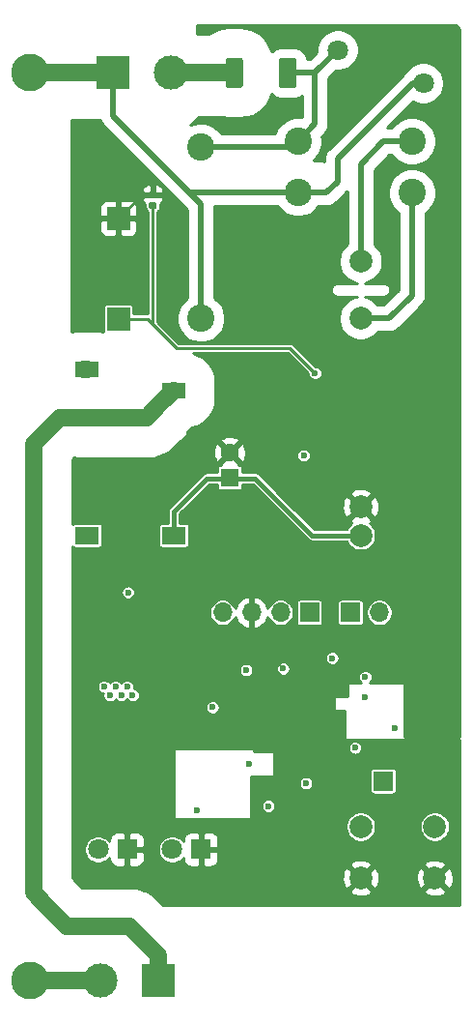
<source format=gbr>
G04 #@! TF.GenerationSoftware,KiCad,Pcbnew,(5.1.5)-3*
G04 #@! TF.CreationDate,2021-07-22T12:57:42-03:00*
G04 #@! TF.ProjectId,relayer_hw,72656c61-7965-4725-9f68-772e6b696361,rev?*
G04 #@! TF.SameCoordinates,Original*
G04 #@! TF.FileFunction,Copper,L1,Top*
G04 #@! TF.FilePolarity,Positive*
%FSLAX46Y46*%
G04 Gerber Fmt 4.6, Leading zero omitted, Abs format (unit mm)*
G04 Created by KiCad (PCBNEW (5.1.5)-3) date 2021-07-22 12:57:42*
%MOMM*%
%LPD*%
G04 APERTURE LIST*
%ADD10C,0.100000*%
%ADD11R,2.000000X1.400000*%
%ADD12R,2.100000X1.550000*%
%ADD13C,3.300000*%
%ADD14C,2.400000*%
%ADD15R,1.800000X1.800000*%
%ADD16C,1.800000*%
%ADD17R,1.700000X1.700000*%
%ADD18O,1.700000X1.700000*%
%ADD19C,2.000000*%
%ADD20R,2.000000X2.000000*%
%ADD21R,3.000000X3.000000*%
%ADD22C,3.000000*%
%ADD23R,1.600000X1.600000*%
%ADD24C,1.600000*%
%ADD25C,0.600000*%
%ADD26C,0.250000*%
%ADD27C,0.500000*%
%ADD28C,1.500000*%
%ADD29C,0.400000*%
%ADD30C,0.254000*%
G04 APERTURE END LIST*
G04 #@! TA.AperFunction,SMDPad,CuDef*
D10*
G36*
X152449505Y-56176204D02*
G01*
X152473773Y-56179804D01*
X152497572Y-56185765D01*
X152520671Y-56194030D01*
X152542850Y-56204520D01*
X152563893Y-56217132D01*
X152583599Y-56231747D01*
X152601777Y-56248223D01*
X152618253Y-56266401D01*
X152632868Y-56286107D01*
X152645480Y-56307150D01*
X152655970Y-56329329D01*
X152664235Y-56352428D01*
X152670196Y-56376227D01*
X152673796Y-56400495D01*
X152675000Y-56424999D01*
X152675000Y-58575001D01*
X152673796Y-58599505D01*
X152670196Y-58623773D01*
X152664235Y-58647572D01*
X152655970Y-58670671D01*
X152645480Y-58692850D01*
X152632868Y-58713893D01*
X152618253Y-58733599D01*
X152601777Y-58751777D01*
X152583599Y-58768253D01*
X152563893Y-58782868D01*
X152542850Y-58795480D01*
X152520671Y-58805970D01*
X152497572Y-58814235D01*
X152473773Y-58820196D01*
X152449505Y-58823796D01*
X152425001Y-58825000D01*
X151399999Y-58825000D01*
X151375495Y-58823796D01*
X151351227Y-58820196D01*
X151327428Y-58814235D01*
X151304329Y-58805970D01*
X151282150Y-58795480D01*
X151261107Y-58782868D01*
X151241401Y-58768253D01*
X151223223Y-58751777D01*
X151206747Y-58733599D01*
X151192132Y-58713893D01*
X151179520Y-58692850D01*
X151169030Y-58670671D01*
X151160765Y-58647572D01*
X151154804Y-58623773D01*
X151151204Y-58599505D01*
X151150000Y-58575001D01*
X151150000Y-56424999D01*
X151151204Y-56400495D01*
X151154804Y-56376227D01*
X151160765Y-56352428D01*
X151169030Y-56329329D01*
X151179520Y-56307150D01*
X151192132Y-56286107D01*
X151206747Y-56266401D01*
X151223223Y-56248223D01*
X151241401Y-56231747D01*
X151261107Y-56217132D01*
X151282150Y-56204520D01*
X151304329Y-56194030D01*
X151327428Y-56185765D01*
X151351227Y-56179804D01*
X151375495Y-56176204D01*
X151399999Y-56175000D01*
X152425001Y-56175000D01*
X152449505Y-56176204D01*
G37*
G04 #@! TD.AperFunction*
G04 #@! TA.AperFunction,SMDPad,CuDef*
G36*
X157124505Y-56176204D02*
G01*
X157148773Y-56179804D01*
X157172572Y-56185765D01*
X157195671Y-56194030D01*
X157217850Y-56204520D01*
X157238893Y-56217132D01*
X157258599Y-56231747D01*
X157276777Y-56248223D01*
X157293253Y-56266401D01*
X157307868Y-56286107D01*
X157320480Y-56307150D01*
X157330970Y-56329329D01*
X157339235Y-56352428D01*
X157345196Y-56376227D01*
X157348796Y-56400495D01*
X157350000Y-56424999D01*
X157350000Y-58575001D01*
X157348796Y-58599505D01*
X157345196Y-58623773D01*
X157339235Y-58647572D01*
X157330970Y-58670671D01*
X157320480Y-58692850D01*
X157307868Y-58713893D01*
X157293253Y-58733599D01*
X157276777Y-58751777D01*
X157258599Y-58768253D01*
X157238893Y-58782868D01*
X157217850Y-58795480D01*
X157195671Y-58805970D01*
X157172572Y-58814235D01*
X157148773Y-58820196D01*
X157124505Y-58823796D01*
X157100001Y-58825000D01*
X156074999Y-58825000D01*
X156050495Y-58823796D01*
X156026227Y-58820196D01*
X156002428Y-58814235D01*
X155979329Y-58805970D01*
X155957150Y-58795480D01*
X155936107Y-58782868D01*
X155916401Y-58768253D01*
X155898223Y-58751777D01*
X155881747Y-58733599D01*
X155867132Y-58713893D01*
X155854520Y-58692850D01*
X155844030Y-58670671D01*
X155835765Y-58647572D01*
X155829804Y-58623773D01*
X155826204Y-58599505D01*
X155825000Y-58575001D01*
X155825000Y-56424999D01*
X155826204Y-56400495D01*
X155829804Y-56376227D01*
X155835765Y-56352428D01*
X155844030Y-56329329D01*
X155854520Y-56307150D01*
X155867132Y-56286107D01*
X155881747Y-56266401D01*
X155898223Y-56248223D01*
X155916401Y-56231747D01*
X155936107Y-56217132D01*
X155957150Y-56204520D01*
X155979329Y-56194030D01*
X156002428Y-56185765D01*
X156026227Y-56179804D01*
X156050495Y-56176204D01*
X156074999Y-56175000D01*
X157100001Y-56175000D01*
X157124505Y-56176204D01*
G37*
G04 #@! TD.AperFunction*
D11*
X146620000Y-85300000D03*
X139000000Y-83460000D03*
D12*
X146620000Y-98000000D03*
X139000000Y-98000000D03*
D13*
X134000000Y-137000000D03*
X134000000Y-57500000D03*
G04 #@! TA.AperFunction,SMDPad,CuDef*
D10*
G36*
X144936958Y-68840710D02*
G01*
X144951276Y-68842834D01*
X144965317Y-68846351D01*
X144978946Y-68851228D01*
X144992031Y-68857417D01*
X145004447Y-68864858D01*
X145016073Y-68873481D01*
X145026798Y-68883202D01*
X145036519Y-68893927D01*
X145045142Y-68905553D01*
X145052583Y-68917969D01*
X145058772Y-68931054D01*
X145063649Y-68944683D01*
X145067166Y-68958724D01*
X145069290Y-68973042D01*
X145070000Y-68987500D01*
X145070000Y-69282500D01*
X145069290Y-69296958D01*
X145067166Y-69311276D01*
X145063649Y-69325317D01*
X145058772Y-69338946D01*
X145052583Y-69352031D01*
X145045142Y-69364447D01*
X145036519Y-69376073D01*
X145026798Y-69386798D01*
X145016073Y-69396519D01*
X145004447Y-69405142D01*
X144992031Y-69412583D01*
X144978946Y-69418772D01*
X144965317Y-69423649D01*
X144951276Y-69427166D01*
X144936958Y-69429290D01*
X144922500Y-69430000D01*
X144577500Y-69430000D01*
X144563042Y-69429290D01*
X144548724Y-69427166D01*
X144534683Y-69423649D01*
X144521054Y-69418772D01*
X144507969Y-69412583D01*
X144495553Y-69405142D01*
X144483927Y-69396519D01*
X144473202Y-69386798D01*
X144463481Y-69376073D01*
X144454858Y-69364447D01*
X144447417Y-69352031D01*
X144441228Y-69338946D01*
X144436351Y-69325317D01*
X144432834Y-69311276D01*
X144430710Y-69296958D01*
X144430000Y-69282500D01*
X144430000Y-68987500D01*
X144430710Y-68973042D01*
X144432834Y-68958724D01*
X144436351Y-68944683D01*
X144441228Y-68931054D01*
X144447417Y-68917969D01*
X144454858Y-68905553D01*
X144463481Y-68893927D01*
X144473202Y-68883202D01*
X144483927Y-68873481D01*
X144495553Y-68864858D01*
X144507969Y-68857417D01*
X144521054Y-68851228D01*
X144534683Y-68846351D01*
X144548724Y-68842834D01*
X144563042Y-68840710D01*
X144577500Y-68840000D01*
X144922500Y-68840000D01*
X144936958Y-68840710D01*
G37*
G04 #@! TD.AperFunction*
G04 #@! TA.AperFunction,SMDPad,CuDef*
G36*
X144936958Y-67870710D02*
G01*
X144951276Y-67872834D01*
X144965317Y-67876351D01*
X144978946Y-67881228D01*
X144992031Y-67887417D01*
X145004447Y-67894858D01*
X145016073Y-67903481D01*
X145026798Y-67913202D01*
X145036519Y-67923927D01*
X145045142Y-67935553D01*
X145052583Y-67947969D01*
X145058772Y-67961054D01*
X145063649Y-67974683D01*
X145067166Y-67988724D01*
X145069290Y-68003042D01*
X145070000Y-68017500D01*
X145070000Y-68312500D01*
X145069290Y-68326958D01*
X145067166Y-68341276D01*
X145063649Y-68355317D01*
X145058772Y-68368946D01*
X145052583Y-68382031D01*
X145045142Y-68394447D01*
X145036519Y-68406073D01*
X145026798Y-68416798D01*
X145016073Y-68426519D01*
X145004447Y-68435142D01*
X144992031Y-68442583D01*
X144978946Y-68448772D01*
X144965317Y-68453649D01*
X144951276Y-68457166D01*
X144936958Y-68459290D01*
X144922500Y-68460000D01*
X144577500Y-68460000D01*
X144563042Y-68459290D01*
X144548724Y-68457166D01*
X144534683Y-68453649D01*
X144521054Y-68448772D01*
X144507969Y-68442583D01*
X144495553Y-68435142D01*
X144483927Y-68426519D01*
X144473202Y-68416798D01*
X144463481Y-68406073D01*
X144454858Y-68394447D01*
X144447417Y-68382031D01*
X144441228Y-68368946D01*
X144436351Y-68355317D01*
X144432834Y-68341276D01*
X144430710Y-68326958D01*
X144430000Y-68312500D01*
X144430000Y-68017500D01*
X144430710Y-68003042D01*
X144432834Y-67988724D01*
X144436351Y-67974683D01*
X144441228Y-67961054D01*
X144447417Y-67947969D01*
X144454858Y-67935553D01*
X144463481Y-67923927D01*
X144473202Y-67913202D01*
X144483927Y-67903481D01*
X144495553Y-67894858D01*
X144507969Y-67887417D01*
X144521054Y-67881228D01*
X144534683Y-67876351D01*
X144548724Y-67872834D01*
X144563042Y-67870710D01*
X144577500Y-67870000D01*
X144922500Y-67870000D01*
X144936958Y-67870710D01*
G37*
G04 #@! TD.AperFunction*
D14*
X149000000Y-64000000D03*
X149000000Y-79000000D03*
D15*
X149000000Y-125500000D03*
D16*
X146460000Y-125500000D03*
X139960000Y-125500000D03*
D15*
X142500000Y-125500000D03*
D17*
X162100000Y-104750000D03*
D18*
X164640000Y-104750000D03*
D17*
X158500000Y-104750000D03*
D18*
X155960000Y-104750000D03*
X153420000Y-104750000D03*
X150880000Y-104750000D03*
D14*
X167500000Y-63500000D03*
X167500000Y-68000000D03*
X157500000Y-63500000D03*
X157500000Y-68000000D03*
D19*
X163000000Y-74000000D03*
X163000000Y-79000000D03*
X163000000Y-95500000D03*
X163000000Y-98000000D03*
D16*
X161000000Y-55500000D03*
X168500000Y-58400000D03*
D20*
X141750000Y-70250000D03*
X141750000Y-79050000D03*
D19*
X163000000Y-128000000D03*
X163000000Y-123500000D03*
X169500000Y-128000000D03*
X169500000Y-123500000D03*
D21*
X141250000Y-57500000D03*
D22*
X146330000Y-57500000D03*
D21*
X145250000Y-137000000D03*
D22*
X140170000Y-137000000D03*
D17*
X165000000Y-119500000D03*
D23*
X151510000Y-92940000D03*
D24*
X151510000Y-90740000D03*
D25*
X159000000Y-83800000D03*
X158000000Y-91000000D03*
X158200000Y-119700000D03*
X141000000Y-112000000D03*
X142000000Y-112000000D03*
X143000000Y-112000000D03*
X142500000Y-111250000D03*
X141500000Y-111250000D03*
X140500000Y-111250000D03*
X150000000Y-113050000D03*
X152950000Y-109800000D03*
X156200000Y-109670000D03*
X162515000Y-116600000D03*
X142600000Y-103000000D03*
X154900000Y-121700000D03*
X160500000Y-108750000D03*
X163400000Y-110400000D03*
X137250000Y-137000000D03*
X137500000Y-57500000D03*
X148600000Y-122100000D03*
X163400000Y-112200000D03*
X153200000Y-118000000D03*
X155500000Y-114000000D03*
X160000000Y-117000000D03*
X158500000Y-117000000D03*
X157000000Y-117000000D03*
X155500000Y-115500000D03*
X157000000Y-115500000D03*
X158500000Y-115500000D03*
X160000000Y-115500000D03*
X157000000Y-114000000D03*
X158500000Y-114000000D03*
X160000000Y-114000000D03*
X160000000Y-112500000D03*
X158500000Y-112500000D03*
X157000000Y-112500000D03*
X155500000Y-112500000D03*
X166000000Y-114900000D03*
X152000000Y-130000000D03*
X171500000Y-129250000D03*
X171500000Y-128500000D03*
X171500000Y-127750000D03*
X170750000Y-130000000D03*
X170000000Y-130000000D03*
X169250000Y-130000000D03*
X168500000Y-130000000D03*
X167750000Y-130000000D03*
X167000000Y-130000000D03*
X166250000Y-130000000D03*
X165500000Y-130000000D03*
X164750000Y-130000000D03*
X164000000Y-130000000D03*
X163250000Y-130000000D03*
X162500000Y-130000000D03*
X161750000Y-130000000D03*
X161000000Y-130000000D03*
X160250000Y-130000000D03*
X159500000Y-130000000D03*
X158750000Y-130000000D03*
X158000000Y-130000000D03*
X157250000Y-130000000D03*
X155750000Y-130000000D03*
X155000000Y-130000000D03*
X154250000Y-130000000D03*
X153500000Y-130000000D03*
X152750000Y-130000000D03*
X157500000Y-129250000D03*
X157500000Y-128500000D03*
X157500000Y-127750000D03*
X157500000Y-127000000D03*
X158250000Y-127000000D03*
X158500000Y-122500000D03*
X157750000Y-122500000D03*
X157750000Y-121750000D03*
X157750000Y-121000000D03*
X159000000Y-127000000D03*
X159250000Y-126250000D03*
X159250000Y-125500000D03*
X159250000Y-124750000D03*
X159250000Y-124000000D03*
X159250000Y-123250000D03*
X159250000Y-122500000D03*
X155500000Y-127000000D03*
X154750000Y-127000000D03*
X154000000Y-127000000D03*
X153750000Y-126250000D03*
X153750000Y-125500000D03*
X153750000Y-124750000D03*
X153750000Y-124000000D03*
X153750000Y-123250000D03*
X153750000Y-122500000D03*
X154500000Y-122500000D03*
X155250000Y-122500000D03*
X155750000Y-121750000D03*
X171500000Y-130000000D03*
X155900000Y-119100000D03*
X151250000Y-130000000D03*
X150500000Y-130000000D03*
X149750000Y-130000000D03*
X149000000Y-130000000D03*
X148250000Y-130000000D03*
X147500000Y-130000000D03*
X146750000Y-130000000D03*
X146000000Y-130000000D03*
X145250000Y-129250000D03*
X144500000Y-128750000D03*
X143750000Y-128500000D03*
X143000000Y-128500000D03*
X142250000Y-128500000D03*
X141500000Y-128500000D03*
X140750000Y-128500000D03*
X140000000Y-128500000D03*
X139250000Y-128500000D03*
X138500000Y-128250000D03*
X138000000Y-127500000D03*
X138000000Y-126750000D03*
X138000000Y-126000000D03*
X138000000Y-125250000D03*
X138000000Y-124500000D03*
X138000000Y-123750000D03*
X138000000Y-123000000D03*
X138000000Y-122250000D03*
X171500000Y-127000000D03*
X171500000Y-126250000D03*
X171500000Y-125500000D03*
X171000000Y-54000000D03*
X171000000Y-66500000D03*
X171000000Y-79000000D03*
X171000000Y-91500000D03*
X171000000Y-104000000D03*
X157500000Y-60250000D03*
X158500000Y-72750000D03*
X158500000Y-85250000D03*
X158500000Y-95750000D03*
X146000000Y-79000000D03*
X146000000Y-128500000D03*
X147000000Y-90500000D03*
X145000000Y-103000000D03*
X143500000Y-116000000D03*
X171000000Y-115500000D03*
X146500000Y-69000000D03*
X171000000Y-124500000D03*
X160800000Y-107700000D03*
X143750000Y-133250000D03*
X144210000Y-87710000D03*
X141750000Y-87750000D03*
X139250000Y-87750000D03*
X145460000Y-86460000D03*
X136575010Y-87700000D03*
X134275010Y-90000000D03*
X134275010Y-92474990D03*
X134275010Y-94974990D03*
X134275010Y-97474990D03*
X134275010Y-99974990D03*
X134275010Y-102474990D03*
X134275010Y-104724990D03*
X134275010Y-107224990D03*
X134275010Y-109724990D03*
X134275010Y-112224990D03*
X134275010Y-114974990D03*
X134275010Y-117724990D03*
X134275010Y-120224990D03*
X134275010Y-122724990D03*
X134275010Y-125224990D03*
X134275010Y-127724990D03*
X135375000Y-130375000D03*
X137125000Y-132125000D03*
X139500000Y-132250000D03*
X142000000Y-132250000D03*
X145250000Y-134750000D03*
D26*
X156800000Y-81600000D02*
X159000000Y-83800000D01*
X156800000Y-81600000D02*
X146850000Y-81600000D01*
X146850000Y-81600000D02*
X144750000Y-79500000D01*
X144750000Y-69135000D02*
X144750000Y-79500000D01*
X144300000Y-79050000D02*
X144750000Y-79500000D01*
X141750000Y-79050000D02*
X144300000Y-79050000D01*
D27*
X157500000Y-68000000D02*
X148000000Y-68000000D01*
X141250000Y-61250000D02*
X141250000Y-57500000D01*
X148000000Y-68000000D02*
X141250000Y-61250000D01*
D28*
X134000000Y-57500000D02*
X137500000Y-57500000D01*
X134000000Y-137000000D02*
X137250000Y-137000000D01*
D27*
X149000000Y-69000000D02*
X148000000Y-68000000D01*
X149000000Y-69000000D02*
X149000000Y-79000000D01*
D28*
X137250000Y-137000000D02*
X140170000Y-137000000D01*
X137500000Y-57500000D02*
X141250000Y-57500000D01*
D27*
X157500000Y-68000000D02*
X160000000Y-68000000D01*
X160000000Y-68000000D02*
X161000000Y-67000000D01*
X161000000Y-67000000D02*
X161000000Y-65000000D01*
X167600000Y-58400000D02*
X168500000Y-58400000D01*
X161000000Y-65000000D02*
X167600000Y-58400000D01*
D29*
X149500000Y-93000000D02*
X146620000Y-95880000D01*
X151500000Y-93000000D02*
X149500000Y-93000000D01*
X153750000Y-93000000D02*
X151500000Y-93000000D01*
X146620000Y-95880000D02*
X146620000Y-98000000D01*
X158750000Y-98000000D02*
X153750000Y-93000000D01*
X163000000Y-98000000D02*
X158750000Y-98000000D01*
D27*
X157000000Y-64000000D02*
X149000000Y-64000000D01*
X157500000Y-63500000D02*
X157000000Y-64000000D01*
X157500000Y-63500000D02*
X157500000Y-63000000D01*
X159000000Y-57500000D02*
X161000000Y-55500000D01*
X156587500Y-57500000D02*
X159000000Y-57500000D01*
X159000000Y-62000000D02*
X159000000Y-57500000D01*
X157500000Y-63500000D02*
X159000000Y-62000000D01*
X167500000Y-63500000D02*
X165000000Y-63500000D01*
X163000000Y-65500000D02*
X163000000Y-74000000D01*
X165000000Y-63500000D02*
X163000000Y-65500000D01*
X167500000Y-68000000D02*
X167500000Y-77000000D01*
X165500000Y-79000000D02*
X163000000Y-79000000D01*
X167500000Y-77000000D02*
X165500000Y-79000000D01*
D26*
X143835000Y-68165000D02*
X141750000Y-70250000D01*
X144750000Y-68165000D02*
X143835000Y-68165000D01*
D28*
X151912500Y-57500000D02*
X146330000Y-57500000D01*
X139000000Y-83460000D02*
X138735010Y-83460000D01*
X139000000Y-83460000D02*
X138960000Y-83460000D01*
X134300000Y-89975010D02*
X134300000Y-129300000D01*
X146620000Y-85300000D02*
X145460000Y-86460000D01*
X144220000Y-87700000D02*
X136575010Y-87700000D01*
X134300000Y-129300000D02*
X135375000Y-130375000D01*
X137200000Y-132200000D02*
X142700000Y-132200000D01*
X142700000Y-132200000D02*
X145250000Y-134750000D01*
X145250000Y-134750000D02*
X145250000Y-137000000D01*
X145460000Y-86460000D02*
X144220000Y-87700000D01*
X136575010Y-87700000D02*
X136575010Y-87700000D01*
X135375000Y-130375000D02*
X137125000Y-132125000D01*
X137125000Y-132125000D02*
X137200000Y-132200000D01*
X145250000Y-134750000D02*
X145250000Y-134750000D01*
X135512505Y-88762505D02*
X134300000Y-89975010D01*
X136575010Y-87700000D02*
X135512505Y-88762505D01*
D30*
G36*
X171648000Y-53645804D02*
G01*
X171648001Y-115623000D01*
X166877000Y-115623000D01*
X166877000Y-111000000D01*
X166874560Y-110975224D01*
X166867333Y-110951399D01*
X166855597Y-110929443D01*
X166839803Y-110910197D01*
X166820557Y-110894403D01*
X166798601Y-110882667D01*
X166774776Y-110875440D01*
X166750000Y-110873000D01*
X163813712Y-110873000D01*
X163887023Y-110799689D01*
X163955640Y-110696996D01*
X164002905Y-110582889D01*
X164027000Y-110461754D01*
X164027000Y-110338246D01*
X164002905Y-110217111D01*
X163955640Y-110103004D01*
X163887023Y-110000311D01*
X163799689Y-109912977D01*
X163696996Y-109844360D01*
X163582889Y-109797095D01*
X163461754Y-109773000D01*
X163338246Y-109773000D01*
X163217111Y-109797095D01*
X163103004Y-109844360D01*
X163000311Y-109912977D01*
X162912977Y-110000311D01*
X162844360Y-110103004D01*
X162797095Y-110217111D01*
X162773000Y-110338246D01*
X162773000Y-110461754D01*
X162797095Y-110582889D01*
X162844360Y-110696996D01*
X162912977Y-110799689D01*
X162986288Y-110873000D01*
X162000000Y-110873000D01*
X161975224Y-110875440D01*
X161951399Y-110882667D01*
X161929443Y-110894403D01*
X161910197Y-110910197D01*
X161894403Y-110929443D01*
X161882667Y-110951399D01*
X161875440Y-110975224D01*
X161873000Y-111000000D01*
X161873000Y-112123000D01*
X160750000Y-112123000D01*
X160725224Y-112125440D01*
X160701399Y-112132667D01*
X160679443Y-112144403D01*
X160660197Y-112160197D01*
X160644403Y-112179443D01*
X160632667Y-112201399D01*
X160625440Y-112225224D01*
X160623000Y-112250000D01*
X160623000Y-113250000D01*
X160625440Y-113274776D01*
X160632667Y-113298601D01*
X160644403Y-113320557D01*
X160660197Y-113339803D01*
X160679443Y-113355597D01*
X160701399Y-113367333D01*
X160725224Y-113374560D01*
X160750000Y-113377000D01*
X161623000Y-113377000D01*
X161623000Y-115750000D01*
X161625440Y-115774776D01*
X161632667Y-115798601D01*
X161644403Y-115820557D01*
X161660197Y-115839803D01*
X161679443Y-115855597D01*
X161701399Y-115867333D01*
X161725224Y-115874560D01*
X161750000Y-115877000D01*
X171648001Y-115877000D01*
X171648001Y-130373000D01*
X145648798Y-130373000D01*
X145205208Y-129929410D01*
X145099453Y-129800547D01*
X144585238Y-129378542D01*
X144130376Y-129135413D01*
X162044192Y-129135413D01*
X162139956Y-129399814D01*
X162429571Y-129540704D01*
X162741108Y-129622384D01*
X163062595Y-129641718D01*
X163381675Y-129597961D01*
X163686088Y-129492795D01*
X163860044Y-129399814D01*
X163955808Y-129135413D01*
X168544192Y-129135413D01*
X168639956Y-129399814D01*
X168929571Y-129540704D01*
X169241108Y-129622384D01*
X169562595Y-129641718D01*
X169881675Y-129597961D01*
X170186088Y-129492795D01*
X170360044Y-129399814D01*
X170455808Y-129135413D01*
X169500000Y-128179605D01*
X168544192Y-129135413D01*
X163955808Y-129135413D01*
X163000000Y-128179605D01*
X162044192Y-129135413D01*
X144130376Y-129135413D01*
X143998575Y-129064964D01*
X143362008Y-128871863D01*
X142865893Y-128823000D01*
X142865882Y-128823000D01*
X142700000Y-128806662D01*
X142534118Y-128823000D01*
X138598798Y-128823000D01*
X137838393Y-128062595D01*
X161358282Y-128062595D01*
X161402039Y-128381675D01*
X161507205Y-128686088D01*
X161600186Y-128860044D01*
X161864587Y-128955808D01*
X162820395Y-128000000D01*
X163179605Y-128000000D01*
X164135413Y-128955808D01*
X164399814Y-128860044D01*
X164540704Y-128570429D01*
X164622384Y-128258892D01*
X164634189Y-128062595D01*
X167858282Y-128062595D01*
X167902039Y-128381675D01*
X168007205Y-128686088D01*
X168100186Y-128860044D01*
X168364587Y-128955808D01*
X169320395Y-128000000D01*
X169679605Y-128000000D01*
X170635413Y-128955808D01*
X170899814Y-128860044D01*
X171040704Y-128570429D01*
X171122384Y-128258892D01*
X171141718Y-127937405D01*
X171097961Y-127618325D01*
X170992795Y-127313912D01*
X170899814Y-127139956D01*
X170635413Y-127044192D01*
X169679605Y-128000000D01*
X169320395Y-128000000D01*
X168364587Y-127044192D01*
X168100186Y-127139956D01*
X167959296Y-127429571D01*
X167877616Y-127741108D01*
X167858282Y-128062595D01*
X164634189Y-128062595D01*
X164641718Y-127937405D01*
X164597961Y-127618325D01*
X164492795Y-127313912D01*
X164399814Y-127139956D01*
X164135413Y-127044192D01*
X163179605Y-128000000D01*
X162820395Y-128000000D01*
X161864587Y-127044192D01*
X161600186Y-127139956D01*
X161459296Y-127429571D01*
X161377616Y-127741108D01*
X161358282Y-128062595D01*
X137838393Y-128062595D01*
X137677000Y-127901202D01*
X137677000Y-125379151D01*
X138733000Y-125379151D01*
X138733000Y-125620849D01*
X138780153Y-125857903D01*
X138872647Y-126081202D01*
X139006927Y-126282167D01*
X139177833Y-126453073D01*
X139378798Y-126587353D01*
X139602097Y-126679847D01*
X139839151Y-126727000D01*
X140080849Y-126727000D01*
X140317903Y-126679847D01*
X140541202Y-126587353D01*
X140742167Y-126453073D01*
X140913073Y-126282167D01*
X140962890Y-126207610D01*
X140961928Y-126400000D01*
X140974188Y-126524482D01*
X141010498Y-126644180D01*
X141069463Y-126754494D01*
X141148815Y-126851185D01*
X141245506Y-126930537D01*
X141355820Y-126989502D01*
X141475518Y-127025812D01*
X141600000Y-127038072D01*
X142214250Y-127035000D01*
X142373000Y-126876250D01*
X142373000Y-125627000D01*
X142627000Y-125627000D01*
X142627000Y-126876250D01*
X142785750Y-127035000D01*
X143400000Y-127038072D01*
X143524482Y-127025812D01*
X143644180Y-126989502D01*
X143754494Y-126930537D01*
X143851185Y-126851185D01*
X143930537Y-126754494D01*
X143989502Y-126644180D01*
X144025812Y-126524482D01*
X144038072Y-126400000D01*
X144035000Y-125785750D01*
X143876250Y-125627000D01*
X142627000Y-125627000D01*
X142373000Y-125627000D01*
X142353000Y-125627000D01*
X142353000Y-125379151D01*
X145233000Y-125379151D01*
X145233000Y-125620849D01*
X145280153Y-125857903D01*
X145372647Y-126081202D01*
X145506927Y-126282167D01*
X145677833Y-126453073D01*
X145878798Y-126587353D01*
X146102097Y-126679847D01*
X146339151Y-126727000D01*
X146580849Y-126727000D01*
X146817903Y-126679847D01*
X147041202Y-126587353D01*
X147242167Y-126453073D01*
X147413073Y-126282167D01*
X147462890Y-126207610D01*
X147461928Y-126400000D01*
X147474188Y-126524482D01*
X147510498Y-126644180D01*
X147569463Y-126754494D01*
X147648815Y-126851185D01*
X147745506Y-126930537D01*
X147855820Y-126989502D01*
X147975518Y-127025812D01*
X148100000Y-127038072D01*
X148714250Y-127035000D01*
X148873000Y-126876250D01*
X148873000Y-125627000D01*
X149127000Y-125627000D01*
X149127000Y-126876250D01*
X149285750Y-127035000D01*
X149900000Y-127038072D01*
X150024482Y-127025812D01*
X150144180Y-126989502D01*
X150254494Y-126930537D01*
X150334854Y-126864587D01*
X162044192Y-126864587D01*
X163000000Y-127820395D01*
X163955808Y-126864587D01*
X168544192Y-126864587D01*
X169500000Y-127820395D01*
X170455808Y-126864587D01*
X170360044Y-126600186D01*
X170070429Y-126459296D01*
X169758892Y-126377616D01*
X169437405Y-126358282D01*
X169118325Y-126402039D01*
X168813912Y-126507205D01*
X168639956Y-126600186D01*
X168544192Y-126864587D01*
X163955808Y-126864587D01*
X163860044Y-126600186D01*
X163570429Y-126459296D01*
X163258892Y-126377616D01*
X162937405Y-126358282D01*
X162618325Y-126402039D01*
X162313912Y-126507205D01*
X162139956Y-126600186D01*
X162044192Y-126864587D01*
X150334854Y-126864587D01*
X150351185Y-126851185D01*
X150430537Y-126754494D01*
X150489502Y-126644180D01*
X150525812Y-126524482D01*
X150538072Y-126400000D01*
X150535000Y-125785750D01*
X150376250Y-125627000D01*
X149127000Y-125627000D01*
X148873000Y-125627000D01*
X148853000Y-125627000D01*
X148853000Y-125373000D01*
X148873000Y-125373000D01*
X148873000Y-124123750D01*
X149127000Y-124123750D01*
X149127000Y-125373000D01*
X150376250Y-125373000D01*
X150535000Y-125214250D01*
X150538072Y-124600000D01*
X150525812Y-124475518D01*
X150489502Y-124355820D01*
X150430537Y-124245506D01*
X150351185Y-124148815D01*
X150254494Y-124069463D01*
X150144180Y-124010498D01*
X150024482Y-123974188D01*
X149900000Y-123961928D01*
X149285750Y-123965000D01*
X149127000Y-124123750D01*
X148873000Y-124123750D01*
X148714250Y-123965000D01*
X148100000Y-123961928D01*
X147975518Y-123974188D01*
X147855820Y-124010498D01*
X147745506Y-124069463D01*
X147648815Y-124148815D01*
X147569463Y-124245506D01*
X147510498Y-124355820D01*
X147474188Y-124475518D01*
X147461928Y-124600000D01*
X147462890Y-124792390D01*
X147413073Y-124717833D01*
X147242167Y-124546927D01*
X147041202Y-124412647D01*
X146817903Y-124320153D01*
X146580849Y-124273000D01*
X146339151Y-124273000D01*
X146102097Y-124320153D01*
X145878798Y-124412647D01*
X145677833Y-124546927D01*
X145506927Y-124717833D01*
X145372647Y-124918798D01*
X145280153Y-125142097D01*
X145233000Y-125379151D01*
X142353000Y-125379151D01*
X142353000Y-125373000D01*
X142373000Y-125373000D01*
X142373000Y-124123750D01*
X142627000Y-124123750D01*
X142627000Y-125373000D01*
X143876250Y-125373000D01*
X144035000Y-125214250D01*
X144038072Y-124600000D01*
X144025812Y-124475518D01*
X143989502Y-124355820D01*
X143930537Y-124245506D01*
X143851185Y-124148815D01*
X143754494Y-124069463D01*
X143644180Y-124010498D01*
X143524482Y-123974188D01*
X143400000Y-123961928D01*
X142785750Y-123965000D01*
X142627000Y-124123750D01*
X142373000Y-124123750D01*
X142214250Y-123965000D01*
X141600000Y-123961928D01*
X141475518Y-123974188D01*
X141355820Y-124010498D01*
X141245506Y-124069463D01*
X141148815Y-124148815D01*
X141069463Y-124245506D01*
X141010498Y-124355820D01*
X140974188Y-124475518D01*
X140961928Y-124600000D01*
X140962890Y-124792390D01*
X140913073Y-124717833D01*
X140742167Y-124546927D01*
X140541202Y-124412647D01*
X140317903Y-124320153D01*
X140080849Y-124273000D01*
X139839151Y-124273000D01*
X139602097Y-124320153D01*
X139378798Y-124412647D01*
X139177833Y-124546927D01*
X139006927Y-124717833D01*
X138872647Y-124918798D01*
X138780153Y-125142097D01*
X138733000Y-125379151D01*
X137677000Y-125379151D01*
X137677000Y-123369302D01*
X161673000Y-123369302D01*
X161673000Y-123630698D01*
X161723996Y-123887072D01*
X161824028Y-124128570D01*
X161969252Y-124345913D01*
X162154087Y-124530748D01*
X162371430Y-124675972D01*
X162612928Y-124776004D01*
X162869302Y-124827000D01*
X163130698Y-124827000D01*
X163387072Y-124776004D01*
X163628570Y-124675972D01*
X163845913Y-124530748D01*
X164030748Y-124345913D01*
X164175972Y-124128570D01*
X164276004Y-123887072D01*
X164327000Y-123630698D01*
X164327000Y-123369302D01*
X168173000Y-123369302D01*
X168173000Y-123630698D01*
X168223996Y-123887072D01*
X168324028Y-124128570D01*
X168469252Y-124345913D01*
X168654087Y-124530748D01*
X168871430Y-124675972D01*
X169112928Y-124776004D01*
X169369302Y-124827000D01*
X169630698Y-124827000D01*
X169887072Y-124776004D01*
X170128570Y-124675972D01*
X170345913Y-124530748D01*
X170530748Y-124345913D01*
X170675972Y-124128570D01*
X170776004Y-123887072D01*
X170827000Y-123630698D01*
X170827000Y-123369302D01*
X170776004Y-123112928D01*
X170675972Y-122871430D01*
X170530748Y-122654087D01*
X170345913Y-122469252D01*
X170128570Y-122324028D01*
X169887072Y-122223996D01*
X169630698Y-122173000D01*
X169369302Y-122173000D01*
X169112928Y-122223996D01*
X168871430Y-122324028D01*
X168654087Y-122469252D01*
X168469252Y-122654087D01*
X168324028Y-122871430D01*
X168223996Y-123112928D01*
X168173000Y-123369302D01*
X164327000Y-123369302D01*
X164276004Y-123112928D01*
X164175972Y-122871430D01*
X164030748Y-122654087D01*
X163845913Y-122469252D01*
X163628570Y-122324028D01*
X163387072Y-122223996D01*
X163130698Y-122173000D01*
X162869302Y-122173000D01*
X162612928Y-122223996D01*
X162371430Y-122324028D01*
X162154087Y-122469252D01*
X161969252Y-122654087D01*
X161824028Y-122871430D01*
X161723996Y-123112928D01*
X161673000Y-123369302D01*
X137677000Y-123369302D01*
X137677000Y-116750000D01*
X146623000Y-116750000D01*
X146623000Y-122700000D01*
X146625440Y-122724776D01*
X146632667Y-122748601D01*
X146644403Y-122770557D01*
X146660197Y-122789803D01*
X146679443Y-122805597D01*
X146701399Y-122817333D01*
X146725224Y-122824560D01*
X146750000Y-122827000D01*
X153250000Y-122827000D01*
X153274776Y-122824560D01*
X153298601Y-122817333D01*
X153320557Y-122805597D01*
X153339803Y-122789803D01*
X153355597Y-122770557D01*
X153367333Y-122748601D01*
X153374560Y-122724776D01*
X153377000Y-122700000D01*
X153377000Y-121638246D01*
X154273000Y-121638246D01*
X154273000Y-121761754D01*
X154297095Y-121882889D01*
X154344360Y-121996996D01*
X154412977Y-122099689D01*
X154500311Y-122187023D01*
X154603004Y-122255640D01*
X154717111Y-122302905D01*
X154838246Y-122327000D01*
X154961754Y-122327000D01*
X155082889Y-122302905D01*
X155196996Y-122255640D01*
X155299689Y-122187023D01*
X155387023Y-122099689D01*
X155455640Y-121996996D01*
X155502905Y-121882889D01*
X155527000Y-121761754D01*
X155527000Y-121638246D01*
X155502905Y-121517111D01*
X155455640Y-121403004D01*
X155387023Y-121300311D01*
X155299689Y-121212977D01*
X155196996Y-121144360D01*
X155082889Y-121097095D01*
X154961754Y-121073000D01*
X154838246Y-121073000D01*
X154717111Y-121097095D01*
X154603004Y-121144360D01*
X154500311Y-121212977D01*
X154412977Y-121300311D01*
X154344360Y-121403004D01*
X154297095Y-121517111D01*
X154273000Y-121638246D01*
X153377000Y-121638246D01*
X153377000Y-119638246D01*
X157573000Y-119638246D01*
X157573000Y-119761754D01*
X157597095Y-119882889D01*
X157644360Y-119996996D01*
X157712977Y-120099689D01*
X157800311Y-120187023D01*
X157903004Y-120255640D01*
X158017111Y-120302905D01*
X158138246Y-120327000D01*
X158261754Y-120327000D01*
X158382889Y-120302905D01*
X158496996Y-120255640D01*
X158599689Y-120187023D01*
X158687023Y-120099689D01*
X158755640Y-119996996D01*
X158802905Y-119882889D01*
X158827000Y-119761754D01*
X158827000Y-119638246D01*
X158802905Y-119517111D01*
X158755640Y-119403004D01*
X158687023Y-119300311D01*
X158599689Y-119212977D01*
X158496996Y-119144360D01*
X158382889Y-119097095D01*
X158261754Y-119073000D01*
X158138246Y-119073000D01*
X158017111Y-119097095D01*
X157903004Y-119144360D01*
X157800311Y-119212977D01*
X157712977Y-119300311D01*
X157644360Y-119403004D01*
X157597095Y-119517111D01*
X157573000Y-119638246D01*
X153377000Y-119638246D01*
X153377000Y-119127000D01*
X155250000Y-119127000D01*
X155274776Y-119124560D01*
X155298601Y-119117333D01*
X155320557Y-119105597D01*
X155339803Y-119089803D01*
X155355597Y-119070557D01*
X155367333Y-119048601D01*
X155374560Y-119024776D01*
X155377000Y-119000000D01*
X155377000Y-118650000D01*
X163821418Y-118650000D01*
X163821418Y-120350000D01*
X163827732Y-120414103D01*
X163846430Y-120475743D01*
X163876794Y-120532550D01*
X163917657Y-120582343D01*
X163967450Y-120623206D01*
X164024257Y-120653570D01*
X164085897Y-120672268D01*
X164150000Y-120678582D01*
X165850000Y-120678582D01*
X165914103Y-120672268D01*
X165975743Y-120653570D01*
X166032550Y-120623206D01*
X166082343Y-120582343D01*
X166123206Y-120532550D01*
X166153570Y-120475743D01*
X166172268Y-120414103D01*
X166178582Y-120350000D01*
X166178582Y-118650000D01*
X166172268Y-118585897D01*
X166153570Y-118524257D01*
X166123206Y-118467450D01*
X166082343Y-118417657D01*
X166032550Y-118376794D01*
X165975743Y-118346430D01*
X165914103Y-118327732D01*
X165850000Y-118321418D01*
X164150000Y-118321418D01*
X164085897Y-118327732D01*
X164024257Y-118346430D01*
X163967450Y-118376794D01*
X163917657Y-118417657D01*
X163876794Y-118467450D01*
X163846430Y-118524257D01*
X163827732Y-118585897D01*
X163821418Y-118650000D01*
X155377000Y-118650000D01*
X155377000Y-117000000D01*
X155374560Y-116975224D01*
X155367333Y-116951399D01*
X155355597Y-116929443D01*
X155339803Y-116910197D01*
X155320557Y-116894403D01*
X155298601Y-116882667D01*
X155274776Y-116875440D01*
X155250000Y-116873000D01*
X153627000Y-116873000D01*
X153627000Y-116750000D01*
X153624560Y-116725224D01*
X153617333Y-116701399D01*
X153605597Y-116679443D01*
X153589803Y-116660197D01*
X153570557Y-116644403D01*
X153548601Y-116632667D01*
X153524776Y-116625440D01*
X153500000Y-116623000D01*
X146750000Y-116623000D01*
X146725224Y-116625440D01*
X146701399Y-116632667D01*
X146679443Y-116644403D01*
X146660197Y-116660197D01*
X146644403Y-116679443D01*
X146632667Y-116701399D01*
X146625440Y-116725224D01*
X146623000Y-116750000D01*
X137677000Y-116750000D01*
X137677000Y-116538246D01*
X161888000Y-116538246D01*
X161888000Y-116661754D01*
X161912095Y-116782889D01*
X161959360Y-116896996D01*
X162027977Y-116999689D01*
X162115311Y-117087023D01*
X162218004Y-117155640D01*
X162332111Y-117202905D01*
X162453246Y-117227000D01*
X162576754Y-117227000D01*
X162697889Y-117202905D01*
X162811996Y-117155640D01*
X162914689Y-117087023D01*
X163002023Y-116999689D01*
X163070640Y-116896996D01*
X163117905Y-116782889D01*
X163142000Y-116661754D01*
X163142000Y-116538246D01*
X163117905Y-116417111D01*
X163070640Y-116303004D01*
X163002023Y-116200311D01*
X162914689Y-116112977D01*
X162811996Y-116044360D01*
X162697889Y-115997095D01*
X162576754Y-115973000D01*
X162453246Y-115973000D01*
X162332111Y-115997095D01*
X162218004Y-116044360D01*
X162115311Y-116112977D01*
X162027977Y-116200311D01*
X161959360Y-116303004D01*
X161912095Y-116417111D01*
X161888000Y-116538246D01*
X137677000Y-116538246D01*
X137677000Y-112988246D01*
X149373000Y-112988246D01*
X149373000Y-113111754D01*
X149397095Y-113232889D01*
X149444360Y-113346996D01*
X149512977Y-113449689D01*
X149600311Y-113537023D01*
X149703004Y-113605640D01*
X149817111Y-113652905D01*
X149938246Y-113677000D01*
X150061754Y-113677000D01*
X150182889Y-113652905D01*
X150296996Y-113605640D01*
X150399689Y-113537023D01*
X150487023Y-113449689D01*
X150555640Y-113346996D01*
X150602905Y-113232889D01*
X150627000Y-113111754D01*
X150627000Y-112988246D01*
X150602905Y-112867111D01*
X150555640Y-112753004D01*
X150487023Y-112650311D01*
X150399689Y-112562977D01*
X150296996Y-112494360D01*
X150182889Y-112447095D01*
X150061754Y-112423000D01*
X149938246Y-112423000D01*
X149817111Y-112447095D01*
X149703004Y-112494360D01*
X149600311Y-112562977D01*
X149512977Y-112650311D01*
X149444360Y-112753004D01*
X149397095Y-112867111D01*
X149373000Y-112988246D01*
X137677000Y-112988246D01*
X137677000Y-111188246D01*
X139873000Y-111188246D01*
X139873000Y-111311754D01*
X139897095Y-111432889D01*
X139944360Y-111546996D01*
X140012977Y-111649689D01*
X140100311Y-111737023D01*
X140203004Y-111805640D01*
X140317111Y-111852905D01*
X140387202Y-111866847D01*
X140373000Y-111938246D01*
X140373000Y-112061754D01*
X140397095Y-112182889D01*
X140444360Y-112296996D01*
X140512977Y-112399689D01*
X140600311Y-112487023D01*
X140703004Y-112555640D01*
X140817111Y-112602905D01*
X140938246Y-112627000D01*
X141061754Y-112627000D01*
X141182889Y-112602905D01*
X141296996Y-112555640D01*
X141399689Y-112487023D01*
X141487023Y-112399689D01*
X141500000Y-112380267D01*
X141512977Y-112399689D01*
X141600311Y-112487023D01*
X141703004Y-112555640D01*
X141817111Y-112602905D01*
X141938246Y-112627000D01*
X142061754Y-112627000D01*
X142182889Y-112602905D01*
X142296996Y-112555640D01*
X142399689Y-112487023D01*
X142487023Y-112399689D01*
X142500000Y-112380267D01*
X142512977Y-112399689D01*
X142600311Y-112487023D01*
X142703004Y-112555640D01*
X142817111Y-112602905D01*
X142938246Y-112627000D01*
X143061754Y-112627000D01*
X143182889Y-112602905D01*
X143296996Y-112555640D01*
X143399689Y-112487023D01*
X143487023Y-112399689D01*
X143555640Y-112296996D01*
X143602905Y-112182889D01*
X143627000Y-112061754D01*
X143627000Y-111938246D01*
X143602905Y-111817111D01*
X143555640Y-111703004D01*
X143487023Y-111600311D01*
X143399689Y-111512977D01*
X143296996Y-111444360D01*
X143182889Y-111397095D01*
X143112798Y-111383153D01*
X143127000Y-111311754D01*
X143127000Y-111188246D01*
X143102905Y-111067111D01*
X143055640Y-110953004D01*
X142987023Y-110850311D01*
X142899689Y-110762977D01*
X142796996Y-110694360D01*
X142682889Y-110647095D01*
X142561754Y-110623000D01*
X142438246Y-110623000D01*
X142317111Y-110647095D01*
X142203004Y-110694360D01*
X142100311Y-110762977D01*
X142012977Y-110850311D01*
X142000000Y-110869733D01*
X141987023Y-110850311D01*
X141899689Y-110762977D01*
X141796996Y-110694360D01*
X141682889Y-110647095D01*
X141561754Y-110623000D01*
X141438246Y-110623000D01*
X141317111Y-110647095D01*
X141203004Y-110694360D01*
X141100311Y-110762977D01*
X141012977Y-110850311D01*
X141000000Y-110869733D01*
X140987023Y-110850311D01*
X140899689Y-110762977D01*
X140796996Y-110694360D01*
X140682889Y-110647095D01*
X140561754Y-110623000D01*
X140438246Y-110623000D01*
X140317111Y-110647095D01*
X140203004Y-110694360D01*
X140100311Y-110762977D01*
X140012977Y-110850311D01*
X139944360Y-110953004D01*
X139897095Y-111067111D01*
X139873000Y-111188246D01*
X137677000Y-111188246D01*
X137677000Y-109738246D01*
X152323000Y-109738246D01*
X152323000Y-109861754D01*
X152347095Y-109982889D01*
X152394360Y-110096996D01*
X152462977Y-110199689D01*
X152550311Y-110287023D01*
X152653004Y-110355640D01*
X152767111Y-110402905D01*
X152888246Y-110427000D01*
X153011754Y-110427000D01*
X153132889Y-110402905D01*
X153246996Y-110355640D01*
X153349689Y-110287023D01*
X153437023Y-110199689D01*
X153505640Y-110096996D01*
X153552905Y-109982889D01*
X153577000Y-109861754D01*
X153577000Y-109738246D01*
X153552905Y-109617111D01*
X153549233Y-109608246D01*
X155573000Y-109608246D01*
X155573000Y-109731754D01*
X155597095Y-109852889D01*
X155644360Y-109966996D01*
X155712977Y-110069689D01*
X155800311Y-110157023D01*
X155903004Y-110225640D01*
X156017111Y-110272905D01*
X156138246Y-110297000D01*
X156261754Y-110297000D01*
X156382889Y-110272905D01*
X156496996Y-110225640D01*
X156599689Y-110157023D01*
X156687023Y-110069689D01*
X156755640Y-109966996D01*
X156802905Y-109852889D01*
X156827000Y-109731754D01*
X156827000Y-109608246D01*
X156802905Y-109487111D01*
X156755640Y-109373004D01*
X156687023Y-109270311D01*
X156599689Y-109182977D01*
X156496996Y-109114360D01*
X156382889Y-109067095D01*
X156261754Y-109043000D01*
X156138246Y-109043000D01*
X156017111Y-109067095D01*
X155903004Y-109114360D01*
X155800311Y-109182977D01*
X155712977Y-109270311D01*
X155644360Y-109373004D01*
X155597095Y-109487111D01*
X155573000Y-109608246D01*
X153549233Y-109608246D01*
X153505640Y-109503004D01*
X153437023Y-109400311D01*
X153349689Y-109312977D01*
X153246996Y-109244360D01*
X153132889Y-109197095D01*
X153011754Y-109173000D01*
X152888246Y-109173000D01*
X152767111Y-109197095D01*
X152653004Y-109244360D01*
X152550311Y-109312977D01*
X152462977Y-109400311D01*
X152394360Y-109503004D01*
X152347095Y-109617111D01*
X152323000Y-109738246D01*
X137677000Y-109738246D01*
X137677000Y-108688246D01*
X159873000Y-108688246D01*
X159873000Y-108811754D01*
X159897095Y-108932889D01*
X159944360Y-109046996D01*
X160012977Y-109149689D01*
X160100311Y-109237023D01*
X160203004Y-109305640D01*
X160317111Y-109352905D01*
X160438246Y-109377000D01*
X160561754Y-109377000D01*
X160682889Y-109352905D01*
X160796996Y-109305640D01*
X160899689Y-109237023D01*
X160987023Y-109149689D01*
X161055640Y-109046996D01*
X161102905Y-108932889D01*
X161127000Y-108811754D01*
X161127000Y-108688246D01*
X161102905Y-108567111D01*
X161055640Y-108453004D01*
X160987023Y-108350311D01*
X160899689Y-108262977D01*
X160796996Y-108194360D01*
X160682889Y-108147095D01*
X160561754Y-108123000D01*
X160438246Y-108123000D01*
X160317111Y-108147095D01*
X160203004Y-108194360D01*
X160100311Y-108262977D01*
X160012977Y-108350311D01*
X159944360Y-108453004D01*
X159897095Y-108567111D01*
X159873000Y-108688246D01*
X137677000Y-108688246D01*
X137677000Y-104634076D01*
X149703000Y-104634076D01*
X149703000Y-104865924D01*
X149748231Y-105093318D01*
X149836956Y-105307519D01*
X149965764Y-105500294D01*
X150129706Y-105664236D01*
X150322481Y-105793044D01*
X150536682Y-105881769D01*
X150764076Y-105927000D01*
X150995924Y-105927000D01*
X151223318Y-105881769D01*
X151437519Y-105793044D01*
X151630294Y-105664236D01*
X151794236Y-105500294D01*
X151923044Y-105307519D01*
X151991264Y-105142821D01*
X152075843Y-105381252D01*
X152224822Y-105631355D01*
X152419731Y-105847588D01*
X152653080Y-106021641D01*
X152915901Y-106146825D01*
X153063110Y-106191476D01*
X153293000Y-106070155D01*
X153293000Y-104877000D01*
X153273000Y-104877000D01*
X153273000Y-104623000D01*
X153293000Y-104623000D01*
X153293000Y-103429845D01*
X153547000Y-103429845D01*
X153547000Y-104623000D01*
X153567000Y-104623000D01*
X153567000Y-104877000D01*
X153547000Y-104877000D01*
X153547000Y-106070155D01*
X153776890Y-106191476D01*
X153924099Y-106146825D01*
X154186920Y-106021641D01*
X154420269Y-105847588D01*
X154615178Y-105631355D01*
X154764157Y-105381252D01*
X154848736Y-105142821D01*
X154916956Y-105307519D01*
X155045764Y-105500294D01*
X155209706Y-105664236D01*
X155402481Y-105793044D01*
X155616682Y-105881769D01*
X155844076Y-105927000D01*
X156075924Y-105927000D01*
X156303318Y-105881769D01*
X156517519Y-105793044D01*
X156710294Y-105664236D01*
X156874236Y-105500294D01*
X157003044Y-105307519D01*
X157091769Y-105093318D01*
X157137000Y-104865924D01*
X157137000Y-104634076D01*
X157091769Y-104406682D01*
X157003044Y-104192481D01*
X156874236Y-103999706D01*
X156774530Y-103900000D01*
X157321418Y-103900000D01*
X157321418Y-105600000D01*
X157327732Y-105664103D01*
X157346430Y-105725743D01*
X157376794Y-105782550D01*
X157417657Y-105832343D01*
X157467450Y-105873206D01*
X157524257Y-105903570D01*
X157585897Y-105922268D01*
X157650000Y-105928582D01*
X159350000Y-105928582D01*
X159414103Y-105922268D01*
X159475743Y-105903570D01*
X159532550Y-105873206D01*
X159582343Y-105832343D01*
X159623206Y-105782550D01*
X159653570Y-105725743D01*
X159672268Y-105664103D01*
X159678582Y-105600000D01*
X159678582Y-103900000D01*
X160921418Y-103900000D01*
X160921418Y-105600000D01*
X160927732Y-105664103D01*
X160946430Y-105725743D01*
X160976794Y-105782550D01*
X161017657Y-105832343D01*
X161067450Y-105873206D01*
X161124257Y-105903570D01*
X161185897Y-105922268D01*
X161250000Y-105928582D01*
X162950000Y-105928582D01*
X163014103Y-105922268D01*
X163075743Y-105903570D01*
X163132550Y-105873206D01*
X163182343Y-105832343D01*
X163223206Y-105782550D01*
X163253570Y-105725743D01*
X163272268Y-105664103D01*
X163278582Y-105600000D01*
X163278582Y-104634076D01*
X163463000Y-104634076D01*
X163463000Y-104865924D01*
X163508231Y-105093318D01*
X163596956Y-105307519D01*
X163725764Y-105500294D01*
X163889706Y-105664236D01*
X164082481Y-105793044D01*
X164296682Y-105881769D01*
X164524076Y-105927000D01*
X164755924Y-105927000D01*
X164983318Y-105881769D01*
X165197519Y-105793044D01*
X165390294Y-105664236D01*
X165554236Y-105500294D01*
X165683044Y-105307519D01*
X165771769Y-105093318D01*
X165817000Y-104865924D01*
X165817000Y-104634076D01*
X165771769Y-104406682D01*
X165683044Y-104192481D01*
X165554236Y-103999706D01*
X165390294Y-103835764D01*
X165197519Y-103706956D01*
X164983318Y-103618231D01*
X164755924Y-103573000D01*
X164524076Y-103573000D01*
X164296682Y-103618231D01*
X164082481Y-103706956D01*
X163889706Y-103835764D01*
X163725764Y-103999706D01*
X163596956Y-104192481D01*
X163508231Y-104406682D01*
X163463000Y-104634076D01*
X163278582Y-104634076D01*
X163278582Y-103900000D01*
X163272268Y-103835897D01*
X163253570Y-103774257D01*
X163223206Y-103717450D01*
X163182343Y-103667657D01*
X163132550Y-103626794D01*
X163075743Y-103596430D01*
X163014103Y-103577732D01*
X162950000Y-103571418D01*
X161250000Y-103571418D01*
X161185897Y-103577732D01*
X161124257Y-103596430D01*
X161067450Y-103626794D01*
X161017657Y-103667657D01*
X160976794Y-103717450D01*
X160946430Y-103774257D01*
X160927732Y-103835897D01*
X160921418Y-103900000D01*
X159678582Y-103900000D01*
X159672268Y-103835897D01*
X159653570Y-103774257D01*
X159623206Y-103717450D01*
X159582343Y-103667657D01*
X159532550Y-103626794D01*
X159475743Y-103596430D01*
X159414103Y-103577732D01*
X159350000Y-103571418D01*
X157650000Y-103571418D01*
X157585897Y-103577732D01*
X157524257Y-103596430D01*
X157467450Y-103626794D01*
X157417657Y-103667657D01*
X157376794Y-103717450D01*
X157346430Y-103774257D01*
X157327732Y-103835897D01*
X157321418Y-103900000D01*
X156774530Y-103900000D01*
X156710294Y-103835764D01*
X156517519Y-103706956D01*
X156303318Y-103618231D01*
X156075924Y-103573000D01*
X155844076Y-103573000D01*
X155616682Y-103618231D01*
X155402481Y-103706956D01*
X155209706Y-103835764D01*
X155045764Y-103999706D01*
X154916956Y-104192481D01*
X154848736Y-104357179D01*
X154764157Y-104118748D01*
X154615178Y-103868645D01*
X154420269Y-103652412D01*
X154186920Y-103478359D01*
X153924099Y-103353175D01*
X153776890Y-103308524D01*
X153547000Y-103429845D01*
X153293000Y-103429845D01*
X153063110Y-103308524D01*
X152915901Y-103353175D01*
X152653080Y-103478359D01*
X152419731Y-103652412D01*
X152224822Y-103868645D01*
X152075843Y-104118748D01*
X151991264Y-104357179D01*
X151923044Y-104192481D01*
X151794236Y-103999706D01*
X151630294Y-103835764D01*
X151437519Y-103706956D01*
X151223318Y-103618231D01*
X150995924Y-103573000D01*
X150764076Y-103573000D01*
X150536682Y-103618231D01*
X150322481Y-103706956D01*
X150129706Y-103835764D01*
X149965764Y-103999706D01*
X149836956Y-104192481D01*
X149748231Y-104406682D01*
X149703000Y-104634076D01*
X137677000Y-104634076D01*
X137677000Y-102938246D01*
X141973000Y-102938246D01*
X141973000Y-103061754D01*
X141997095Y-103182889D01*
X142044360Y-103296996D01*
X142112977Y-103399689D01*
X142200311Y-103487023D01*
X142303004Y-103555640D01*
X142417111Y-103602905D01*
X142538246Y-103627000D01*
X142661754Y-103627000D01*
X142782889Y-103602905D01*
X142896996Y-103555640D01*
X142999689Y-103487023D01*
X143087023Y-103399689D01*
X143155640Y-103296996D01*
X143202905Y-103182889D01*
X143227000Y-103061754D01*
X143227000Y-102938246D01*
X143202905Y-102817111D01*
X143155640Y-102703004D01*
X143087023Y-102600311D01*
X142999689Y-102512977D01*
X142896996Y-102444360D01*
X142782889Y-102397095D01*
X142661754Y-102373000D01*
X142538246Y-102373000D01*
X142417111Y-102397095D01*
X142303004Y-102444360D01*
X142200311Y-102512977D01*
X142112977Y-102600311D01*
X142044360Y-102703004D01*
X141997095Y-102817111D01*
X141973000Y-102938246D01*
X137677000Y-102938246D01*
X137677000Y-98957801D01*
X137717657Y-99007343D01*
X137767450Y-99048206D01*
X137824257Y-99078570D01*
X137885897Y-99097268D01*
X137950000Y-99103582D01*
X140050000Y-99103582D01*
X140114103Y-99097268D01*
X140175743Y-99078570D01*
X140232550Y-99048206D01*
X140282343Y-99007343D01*
X140323206Y-98957550D01*
X140353570Y-98900743D01*
X140372268Y-98839103D01*
X140378582Y-98775000D01*
X140378582Y-97225000D01*
X145241418Y-97225000D01*
X145241418Y-98775000D01*
X145247732Y-98839103D01*
X145266430Y-98900743D01*
X145296794Y-98957550D01*
X145337657Y-99007343D01*
X145387450Y-99048206D01*
X145444257Y-99078570D01*
X145505897Y-99097268D01*
X145570000Y-99103582D01*
X147670000Y-99103582D01*
X147734103Y-99097268D01*
X147795743Y-99078570D01*
X147852550Y-99048206D01*
X147902343Y-99007343D01*
X147943206Y-98957550D01*
X147973570Y-98900743D01*
X147992268Y-98839103D01*
X147998582Y-98775000D01*
X147998582Y-97225000D01*
X147992268Y-97160897D01*
X147973570Y-97099257D01*
X147943206Y-97042450D01*
X147902343Y-96992657D01*
X147852550Y-96951794D01*
X147795743Y-96921430D01*
X147734103Y-96902732D01*
X147670000Y-96896418D01*
X147147000Y-96896418D01*
X147147000Y-96098289D01*
X149718290Y-93527000D01*
X150381418Y-93527000D01*
X150381418Y-93740000D01*
X150387732Y-93804103D01*
X150406430Y-93865743D01*
X150436794Y-93922550D01*
X150477657Y-93972343D01*
X150527450Y-94013206D01*
X150584257Y-94043570D01*
X150645897Y-94062268D01*
X150710000Y-94068582D01*
X152310000Y-94068582D01*
X152374103Y-94062268D01*
X152435743Y-94043570D01*
X152492550Y-94013206D01*
X152542343Y-93972343D01*
X152583206Y-93922550D01*
X152613570Y-93865743D01*
X152632268Y-93804103D01*
X152638582Y-93740000D01*
X152638582Y-93527000D01*
X153531711Y-93527000D01*
X158359054Y-98354345D01*
X158375552Y-98374448D01*
X158455798Y-98440304D01*
X158547350Y-98489239D01*
X158646690Y-98519374D01*
X158750000Y-98529549D01*
X158775881Y-98527000D01*
X161781956Y-98527000D01*
X161824028Y-98628570D01*
X161969252Y-98845913D01*
X162154087Y-99030748D01*
X162371430Y-99175972D01*
X162612928Y-99276004D01*
X162869302Y-99327000D01*
X163130698Y-99327000D01*
X163387072Y-99276004D01*
X163628570Y-99175972D01*
X163845913Y-99030748D01*
X164030748Y-98845913D01*
X164175972Y-98628570D01*
X164276004Y-98387072D01*
X164327000Y-98130698D01*
X164327000Y-97869302D01*
X164276004Y-97612928D01*
X164175972Y-97371430D01*
X164030748Y-97154087D01*
X163845913Y-96969252D01*
X163794458Y-96934871D01*
X163860044Y-96899814D01*
X163955808Y-96635413D01*
X163000000Y-95679605D01*
X162044192Y-96635413D01*
X162139956Y-96899814D01*
X162208271Y-96933047D01*
X162154087Y-96969252D01*
X161969252Y-97154087D01*
X161824028Y-97371430D01*
X161781956Y-97473000D01*
X158968291Y-97473000D01*
X157057886Y-95562595D01*
X161358282Y-95562595D01*
X161402039Y-95881675D01*
X161507205Y-96186088D01*
X161600186Y-96360044D01*
X161864587Y-96455808D01*
X162820395Y-95500000D01*
X163179605Y-95500000D01*
X164135413Y-96455808D01*
X164399814Y-96360044D01*
X164540704Y-96070429D01*
X164622384Y-95758892D01*
X164641718Y-95437405D01*
X164597961Y-95118325D01*
X164492795Y-94813912D01*
X164399814Y-94639956D01*
X164135413Y-94544192D01*
X163179605Y-95500000D01*
X162820395Y-95500000D01*
X161864587Y-94544192D01*
X161600186Y-94639956D01*
X161459296Y-94929571D01*
X161377616Y-95241108D01*
X161358282Y-95562595D01*
X157057886Y-95562595D01*
X155859878Y-94364587D01*
X162044192Y-94364587D01*
X163000000Y-95320395D01*
X163955808Y-94364587D01*
X163860044Y-94100186D01*
X163570429Y-93959296D01*
X163258892Y-93877616D01*
X162937405Y-93858282D01*
X162618325Y-93902039D01*
X162313912Y-94007205D01*
X162139956Y-94100186D01*
X162044192Y-94364587D01*
X155859878Y-94364587D01*
X154140955Y-92645666D01*
X154124448Y-92625552D01*
X154044202Y-92559696D01*
X153952650Y-92510761D01*
X153853310Y-92480626D01*
X153775881Y-92473000D01*
X153750000Y-92470451D01*
X153724119Y-92473000D01*
X152638582Y-92473000D01*
X152638582Y-92140000D01*
X152632268Y-92075897D01*
X152613570Y-92014257D01*
X152583206Y-91957450D01*
X152542343Y-91907657D01*
X152492550Y-91866794D01*
X152435743Y-91836430D01*
X152374103Y-91817732D01*
X152310000Y-91811418D01*
X152300001Y-91811418D01*
X152323097Y-91732702D01*
X151510000Y-90919605D01*
X150696903Y-91732702D01*
X150719999Y-91811418D01*
X150710000Y-91811418D01*
X150645897Y-91817732D01*
X150584257Y-91836430D01*
X150527450Y-91866794D01*
X150477657Y-91907657D01*
X150436794Y-91957450D01*
X150406430Y-92014257D01*
X150387732Y-92075897D01*
X150381418Y-92140000D01*
X150381418Y-92473000D01*
X149525880Y-92473000D01*
X149499999Y-92470451D01*
X149400883Y-92480213D01*
X149396690Y-92480626D01*
X149297350Y-92510761D01*
X149205798Y-92559696D01*
X149125552Y-92625552D01*
X149109049Y-92645661D01*
X146265666Y-95489045D01*
X146245552Y-95505552D01*
X146179696Y-95585798D01*
X146130762Y-95677350D01*
X146130761Y-95677351D01*
X146100626Y-95776691D01*
X146090451Y-95880000D01*
X146093000Y-95905881D01*
X146093000Y-96896418D01*
X145570000Y-96896418D01*
X145505897Y-96902732D01*
X145444257Y-96921430D01*
X145387450Y-96951794D01*
X145337657Y-96992657D01*
X145296794Y-97042450D01*
X145266430Y-97099257D01*
X145247732Y-97160897D01*
X145241418Y-97225000D01*
X140378582Y-97225000D01*
X140372268Y-97160897D01*
X140353570Y-97099257D01*
X140323206Y-97042450D01*
X140282343Y-96992657D01*
X140232550Y-96951794D01*
X140175743Y-96921430D01*
X140114103Y-96902732D01*
X140050000Y-96896418D01*
X137950000Y-96896418D01*
X137885897Y-96902732D01*
X137824257Y-96921430D01*
X137767450Y-96951794D01*
X137717657Y-96992657D01*
X137677000Y-97042199D01*
X137677000Y-91373808D01*
X137875480Y-91175328D01*
X137892069Y-91186687D01*
X137896393Y-91189025D01*
X137939473Y-91211932D01*
X137968930Y-91224074D01*
X137998299Y-91236661D01*
X138002995Y-91238114D01*
X138049703Y-91252216D01*
X138080963Y-91258405D01*
X138112205Y-91265046D01*
X138117092Y-91265559D01*
X138117094Y-91265559D01*
X138164995Y-91270255D01*
X138182708Y-91272000D01*
X144688669Y-91272000D01*
X144701891Y-91273609D01*
X144723235Y-91272000D01*
X144727292Y-91272000D01*
X144740528Y-91270696D01*
X144771031Y-91268397D01*
X144774947Y-91267307D01*
X144779004Y-91266907D01*
X144808333Y-91258010D01*
X144821089Y-91254458D01*
X144824859Y-91252997D01*
X144845356Y-91246779D01*
X144857110Y-91240497D01*
X145966470Y-90810512D01*
X150069783Y-90810512D01*
X150111213Y-91090130D01*
X150206397Y-91356292D01*
X150273329Y-91481514D01*
X150517298Y-91553097D01*
X151330395Y-90740000D01*
X151689605Y-90740000D01*
X152502702Y-91553097D01*
X152746671Y-91481514D01*
X152867571Y-91226004D01*
X152936300Y-90951816D01*
X152936968Y-90938246D01*
X157373000Y-90938246D01*
X157373000Y-91061754D01*
X157397095Y-91182889D01*
X157444360Y-91296996D01*
X157512977Y-91399689D01*
X157600311Y-91487023D01*
X157703004Y-91555640D01*
X157817111Y-91602905D01*
X157938246Y-91627000D01*
X158061754Y-91627000D01*
X158182889Y-91602905D01*
X158296996Y-91555640D01*
X158399689Y-91487023D01*
X158487023Y-91399689D01*
X158555640Y-91296996D01*
X158602905Y-91182889D01*
X158627000Y-91061754D01*
X158627000Y-90938246D01*
X158602905Y-90817111D01*
X158555640Y-90703004D01*
X158487023Y-90600311D01*
X158399689Y-90512977D01*
X158296996Y-90444360D01*
X158182889Y-90397095D01*
X158061754Y-90373000D01*
X157938246Y-90373000D01*
X157817111Y-90397095D01*
X157703004Y-90444360D01*
X157600311Y-90512977D01*
X157512977Y-90600311D01*
X157444360Y-90703004D01*
X157397095Y-90817111D01*
X157373000Y-90938246D01*
X152936968Y-90938246D01*
X152950217Y-90669488D01*
X152908787Y-90389870D01*
X152813603Y-90123708D01*
X152746671Y-89998486D01*
X152502702Y-89926903D01*
X151689605Y-90740000D01*
X151330395Y-90740000D01*
X150517298Y-89926903D01*
X150273329Y-89998486D01*
X150152429Y-90253996D01*
X150083700Y-90528184D01*
X150069783Y-90810512D01*
X145966470Y-90810512D01*
X146112540Y-90753896D01*
X146130708Y-90748665D01*
X146160042Y-90733516D01*
X146189712Y-90718522D01*
X146190940Y-90717561D01*
X146192316Y-90716850D01*
X146218147Y-90696257D01*
X146244305Y-90675775D01*
X146256645Y-90661423D01*
X147197076Y-89747298D01*
X150696903Y-89747298D01*
X151510000Y-90560395D01*
X152323097Y-89747298D01*
X152251514Y-89503329D01*
X151996004Y-89382429D01*
X151721816Y-89313700D01*
X151439488Y-89299783D01*
X151159870Y-89341213D01*
X150893708Y-89436397D01*
X150768486Y-89503329D01*
X150696903Y-89747298D01*
X147197076Y-89747298D01*
X147687746Y-89270354D01*
X147721277Y-89230659D01*
X147754826Y-89169978D01*
X147755974Y-89166378D01*
X147764693Y-89145137D01*
X147775136Y-89123408D01*
X147776790Y-89118780D01*
X147795568Y-89065067D01*
X147803102Y-89034092D01*
X147811079Y-89003179D01*
X147811803Y-88998318D01*
X147819791Y-88941982D01*
X147821165Y-88910124D01*
X147822986Y-88878254D01*
X147822752Y-88873345D01*
X147822736Y-88873062D01*
X148103731Y-88592067D01*
X148134982Y-88588989D01*
X148630173Y-88438774D01*
X149086544Y-88194839D01*
X149486557Y-87866557D01*
X149814839Y-87466544D01*
X150058774Y-87010173D01*
X150208989Y-86514982D01*
X150259710Y-86000000D01*
X150259710Y-84600000D01*
X150208989Y-84085018D01*
X150058774Y-83589827D01*
X149814839Y-83133456D01*
X149486557Y-82733443D01*
X149086544Y-82405161D01*
X148630173Y-82161226D01*
X148270104Y-82052000D01*
X156612777Y-82052000D01*
X158373000Y-83812224D01*
X158373000Y-83861754D01*
X158397095Y-83982889D01*
X158444360Y-84096996D01*
X158512977Y-84199689D01*
X158600311Y-84287023D01*
X158703004Y-84355640D01*
X158817111Y-84402905D01*
X158938246Y-84427000D01*
X159061754Y-84427000D01*
X159182889Y-84402905D01*
X159296996Y-84355640D01*
X159399689Y-84287023D01*
X159487023Y-84199689D01*
X159555640Y-84096996D01*
X159602905Y-83982889D01*
X159627000Y-83861754D01*
X159627000Y-83738246D01*
X159602905Y-83617111D01*
X159555640Y-83503004D01*
X159487023Y-83400311D01*
X159399689Y-83312977D01*
X159296996Y-83244360D01*
X159182889Y-83197095D01*
X159061754Y-83173000D01*
X159012224Y-83173000D01*
X157135323Y-81296100D01*
X157121159Y-81278841D01*
X157052333Y-81222357D01*
X156973810Y-81180386D01*
X156888607Y-81154540D01*
X156822205Y-81148000D01*
X156800000Y-81145813D01*
X156777795Y-81148000D01*
X147037225Y-81148000D01*
X145202000Y-79312777D01*
X145202000Y-69666035D01*
X145259141Y-69619141D01*
X145318348Y-69546997D01*
X145362342Y-69464689D01*
X145389434Y-69375379D01*
X145398582Y-69282500D01*
X145398582Y-69004387D01*
X145424494Y-68990537D01*
X145521185Y-68911185D01*
X145600537Y-68814494D01*
X145659502Y-68704180D01*
X145695812Y-68584482D01*
X145708072Y-68460000D01*
X145705000Y-68450750D01*
X145546250Y-68292000D01*
X144877000Y-68292000D01*
X144877000Y-68312000D01*
X144623000Y-68312000D01*
X144623000Y-68292000D01*
X143953750Y-68292000D01*
X143795000Y-68450750D01*
X143791928Y-68460000D01*
X143804188Y-68584482D01*
X143840498Y-68704180D01*
X143899463Y-68814494D01*
X143978815Y-68911185D01*
X144075506Y-68990537D01*
X144101418Y-69004387D01*
X144101418Y-69282500D01*
X144110566Y-69375379D01*
X144137658Y-69464689D01*
X144181652Y-69546997D01*
X144240859Y-69619141D01*
X144298000Y-69666035D01*
X144298001Y-78596010D01*
X144277795Y-78598000D01*
X143078582Y-78598000D01*
X143078582Y-78050000D01*
X143072268Y-77985897D01*
X143053570Y-77924257D01*
X143023206Y-77867450D01*
X142982343Y-77817657D01*
X142932550Y-77776794D01*
X142875743Y-77746430D01*
X142814103Y-77727732D01*
X142750000Y-77721418D01*
X140750000Y-77721418D01*
X140685897Y-77727732D01*
X140624257Y-77746430D01*
X140567450Y-77776794D01*
X140517657Y-77817657D01*
X140476794Y-77867450D01*
X140446430Y-77924257D01*
X140427732Y-77985897D01*
X140421418Y-78050000D01*
X140421418Y-80050000D01*
X140427732Y-80114103D01*
X140442839Y-80163906D01*
X140000000Y-80120290D01*
X139544505Y-80120290D01*
X139165893Y-80083000D01*
X138569117Y-80083000D01*
X138190505Y-80120290D01*
X138000000Y-80120290D01*
X137627000Y-80157027D01*
X137627000Y-71250000D01*
X140111928Y-71250000D01*
X140124188Y-71374482D01*
X140160498Y-71494180D01*
X140219463Y-71604494D01*
X140298815Y-71701185D01*
X140395506Y-71780537D01*
X140505820Y-71839502D01*
X140625518Y-71875812D01*
X140750000Y-71888072D01*
X141464250Y-71885000D01*
X141623000Y-71726250D01*
X141623000Y-70377000D01*
X141877000Y-70377000D01*
X141877000Y-71726250D01*
X142035750Y-71885000D01*
X142750000Y-71888072D01*
X142874482Y-71875812D01*
X142994180Y-71839502D01*
X143104494Y-71780537D01*
X143201185Y-71701185D01*
X143280537Y-71604494D01*
X143339502Y-71494180D01*
X143375812Y-71374482D01*
X143388072Y-71250000D01*
X143385000Y-70535750D01*
X143226250Y-70377000D01*
X141877000Y-70377000D01*
X141623000Y-70377000D01*
X140273750Y-70377000D01*
X140115000Y-70535750D01*
X140111928Y-71250000D01*
X137627000Y-71250000D01*
X137627000Y-69250000D01*
X140111928Y-69250000D01*
X140115000Y-69964250D01*
X140273750Y-70123000D01*
X141623000Y-70123000D01*
X141623000Y-68773750D01*
X141877000Y-68773750D01*
X141877000Y-70123000D01*
X143226250Y-70123000D01*
X143385000Y-69964250D01*
X143388072Y-69250000D01*
X143375812Y-69125518D01*
X143339502Y-69005820D01*
X143280537Y-68895506D01*
X143201185Y-68798815D01*
X143104494Y-68719463D01*
X142994180Y-68660498D01*
X142874482Y-68624188D01*
X142750000Y-68611928D01*
X142035750Y-68615000D01*
X141877000Y-68773750D01*
X141623000Y-68773750D01*
X141464250Y-68615000D01*
X140750000Y-68611928D01*
X140625518Y-68624188D01*
X140505820Y-68660498D01*
X140395506Y-68719463D01*
X140298815Y-68798815D01*
X140219463Y-68895506D01*
X140160498Y-69005820D01*
X140124188Y-69125518D01*
X140111928Y-69250000D01*
X137627000Y-69250000D01*
X137627000Y-67870000D01*
X143791928Y-67870000D01*
X143795000Y-67879250D01*
X143953750Y-68038000D01*
X144623000Y-68038000D01*
X144623000Y-67393750D01*
X144877000Y-67393750D01*
X144877000Y-68038000D01*
X145546250Y-68038000D01*
X145705000Y-67879250D01*
X145708072Y-67870000D01*
X145695812Y-67745518D01*
X145659502Y-67625820D01*
X145600537Y-67515506D01*
X145521185Y-67418815D01*
X145424494Y-67339463D01*
X145314180Y-67280498D01*
X145194482Y-67244188D01*
X145070000Y-67231928D01*
X145035750Y-67235000D01*
X144877000Y-67393750D01*
X144623000Y-67393750D01*
X144464250Y-67235000D01*
X144430000Y-67231928D01*
X144305518Y-67244188D01*
X144185820Y-67280498D01*
X144075506Y-67339463D01*
X143978815Y-67418815D01*
X143899463Y-67515506D01*
X143840498Y-67625820D01*
X143804188Y-67745518D01*
X143791928Y-67870000D01*
X137627000Y-67870000D01*
X137627000Y-61627000D01*
X140134401Y-61627000D01*
X140157333Y-61702596D01*
X140266626Y-61907069D01*
X140413709Y-62086291D01*
X140458623Y-62123151D01*
X147126858Y-68791388D01*
X147163709Y-68836291D01*
X147208612Y-68873142D01*
X147208614Y-68873144D01*
X147208624Y-68873152D01*
X147823000Y-69487529D01*
X147823001Y-77228324D01*
X147644116Y-77347851D01*
X147347851Y-77644116D01*
X147115077Y-77992488D01*
X146954739Y-78379577D01*
X146873000Y-78790509D01*
X146873000Y-79209491D01*
X146954739Y-79620423D01*
X147115077Y-80007512D01*
X147347851Y-80355884D01*
X147644116Y-80652149D01*
X147992488Y-80884923D01*
X148379577Y-81045261D01*
X148790509Y-81127000D01*
X149209491Y-81127000D01*
X149620423Y-81045261D01*
X150007512Y-80884923D01*
X150355884Y-80652149D01*
X150652149Y-80355884D01*
X150884923Y-80007512D01*
X151045261Y-79620423D01*
X151127000Y-79209491D01*
X151127000Y-78790509D01*
X151045261Y-78379577D01*
X150884923Y-77992488D01*
X150652149Y-77644116D01*
X150355884Y-77347851D01*
X150177000Y-77228325D01*
X150177000Y-69177000D01*
X155728325Y-69177000D01*
X155847851Y-69355884D01*
X156144116Y-69652149D01*
X156492488Y-69884923D01*
X156879577Y-70045261D01*
X157290509Y-70127000D01*
X157709491Y-70127000D01*
X158120423Y-70045261D01*
X158507512Y-69884923D01*
X158855884Y-69652149D01*
X159152149Y-69355884D01*
X159271675Y-69177000D01*
X159942188Y-69177000D01*
X160000000Y-69182694D01*
X160057812Y-69177000D01*
X160230732Y-69159969D01*
X160452597Y-69092667D01*
X160657070Y-68983374D01*
X160836291Y-68836291D01*
X160873150Y-68791378D01*
X161791388Y-67873141D01*
X161823000Y-67847198D01*
X161823001Y-72468862D01*
X161771609Y-72503201D01*
X161503201Y-72771609D01*
X161292315Y-73087223D01*
X161147053Y-73437915D01*
X161073000Y-73810207D01*
X161073000Y-74189793D01*
X161147053Y-74562085D01*
X161292315Y-74912777D01*
X161503201Y-75228391D01*
X161771609Y-75496799D01*
X162087223Y-75707685D01*
X162437915Y-75852947D01*
X162664413Y-75898000D01*
X160982708Y-75898000D01*
X160965406Y-75899704D01*
X160962158Y-75899704D01*
X160957270Y-75900218D01*
X160936276Y-75902573D01*
X160930996Y-75903093D01*
X160930618Y-75903208D01*
X160908783Y-75905657D01*
X160877628Y-75912280D01*
X160846282Y-75918486D01*
X160841587Y-75919940D01*
X160795080Y-75934693D01*
X160765744Y-75947267D01*
X160736260Y-75959419D01*
X160731942Y-75961754D01*
X160731938Y-75961756D01*
X160731937Y-75961757D01*
X160689180Y-75985262D01*
X160662874Y-76003275D01*
X160636285Y-76020940D01*
X160632498Y-76024074D01*
X160595122Y-76055436D01*
X160572833Y-76078196D01*
X160550161Y-76100710D01*
X160547055Y-76104519D01*
X160516482Y-76142544D01*
X160499017Y-76169234D01*
X160481173Y-76195688D01*
X160478866Y-76200028D01*
X160456261Y-76243267D01*
X160444315Y-76272834D01*
X160431946Y-76302259D01*
X160430525Y-76306964D01*
X160416749Y-76353771D01*
X160410771Y-76385108D01*
X160404356Y-76416361D01*
X160403877Y-76421252D01*
X160399455Y-76469843D01*
X160399677Y-76501673D01*
X160399454Y-76533647D01*
X160399934Y-76538538D01*
X160405034Y-76587062D01*
X160411444Y-76618289D01*
X160417427Y-76649652D01*
X160418848Y-76654357D01*
X160433276Y-76700967D01*
X160445629Y-76730354D01*
X160457592Y-76759963D01*
X160459900Y-76764303D01*
X160483107Y-76807222D01*
X160500929Y-76833643D01*
X160518409Y-76860357D01*
X160521516Y-76864166D01*
X160552616Y-76901760D01*
X160575216Y-76924204D01*
X160597583Y-76947044D01*
X160601371Y-76950177D01*
X160639181Y-76981013D01*
X160665716Y-76998642D01*
X160692069Y-77016687D01*
X160696393Y-77019025D01*
X160739473Y-77041932D01*
X160768930Y-77054074D01*
X160798299Y-77066661D01*
X160802995Y-77068114D01*
X160849703Y-77082216D01*
X160880963Y-77088405D01*
X160912205Y-77095046D01*
X160917092Y-77095559D01*
X160917094Y-77095559D01*
X160964995Y-77100255D01*
X160982708Y-77102000D01*
X162664413Y-77102000D01*
X162437915Y-77147053D01*
X162087223Y-77292315D01*
X161771609Y-77503201D01*
X161503201Y-77771609D01*
X161292315Y-78087223D01*
X161147053Y-78437915D01*
X161073000Y-78810207D01*
X161073000Y-79189793D01*
X161147053Y-79562085D01*
X161292315Y-79912777D01*
X161503201Y-80228391D01*
X161771609Y-80496799D01*
X162087223Y-80707685D01*
X162437915Y-80852947D01*
X162810207Y-80927000D01*
X163189793Y-80927000D01*
X163562085Y-80852947D01*
X163912777Y-80707685D01*
X164228391Y-80496799D01*
X164496799Y-80228391D01*
X164531137Y-80177000D01*
X165442188Y-80177000D01*
X165500000Y-80182694D01*
X165557812Y-80177000D01*
X165730732Y-80159969D01*
X165952597Y-80092667D01*
X166157070Y-79983374D01*
X166336291Y-79836291D01*
X166373151Y-79791377D01*
X168291382Y-77873147D01*
X168336291Y-77836291D01*
X168483374Y-77657070D01*
X168592667Y-77452597D01*
X168659969Y-77230732D01*
X168677000Y-77057812D01*
X168677000Y-77057803D01*
X168682693Y-77000001D01*
X168677000Y-76942199D01*
X168677000Y-69771675D01*
X168855884Y-69652149D01*
X169152149Y-69355884D01*
X169384923Y-69007512D01*
X169545261Y-68620423D01*
X169627000Y-68209491D01*
X169627000Y-67790509D01*
X169545261Y-67379577D01*
X169384923Y-66992488D01*
X169152149Y-66644116D01*
X168855884Y-66347851D01*
X168507512Y-66115077D01*
X168120423Y-65954739D01*
X167709491Y-65873000D01*
X167290509Y-65873000D01*
X166879577Y-65954739D01*
X166492488Y-66115077D01*
X166144116Y-66347851D01*
X165847851Y-66644116D01*
X165615077Y-66992488D01*
X165454739Y-67379577D01*
X165373000Y-67790509D01*
X165373000Y-68209491D01*
X165454739Y-68620423D01*
X165615077Y-69007512D01*
X165847851Y-69355884D01*
X166144116Y-69652149D01*
X166323000Y-69771675D01*
X166323001Y-76512470D01*
X165012472Y-77823000D01*
X164531137Y-77823000D01*
X164496799Y-77771609D01*
X164228391Y-77503201D01*
X163912777Y-77292315D01*
X163562085Y-77147053D01*
X163335587Y-77102000D01*
X165017292Y-77102000D01*
X165034594Y-77100296D01*
X165037842Y-77100296D01*
X165042730Y-77099782D01*
X165063724Y-77097427D01*
X165069004Y-77096907D01*
X165069382Y-77096792D01*
X165091217Y-77094343D01*
X165122372Y-77087720D01*
X165153718Y-77081514D01*
X165158413Y-77080060D01*
X165204920Y-77065307D01*
X165234207Y-77052754D01*
X165263740Y-77040582D01*
X165268063Y-77038244D01*
X165310820Y-77014738D01*
X165337126Y-76996725D01*
X165363715Y-76979060D01*
X165367502Y-76975926D01*
X165404879Y-76944564D01*
X165427189Y-76921782D01*
X165449838Y-76899290D01*
X165452945Y-76895481D01*
X165483517Y-76857456D01*
X165500965Y-76830792D01*
X165518827Y-76804312D01*
X165521134Y-76799972D01*
X165543739Y-76756734D01*
X165555697Y-76727136D01*
X165568054Y-76697741D01*
X165569475Y-76693036D01*
X165583251Y-76646229D01*
X165589229Y-76614892D01*
X165595644Y-76583639D01*
X165596123Y-76578747D01*
X165600545Y-76530157D01*
X165600323Y-76498327D01*
X165600546Y-76466353D01*
X165600066Y-76461461D01*
X165594966Y-76412938D01*
X165588556Y-76381711D01*
X165582573Y-76350348D01*
X165581152Y-76345643D01*
X165566724Y-76299033D01*
X165554377Y-76269659D01*
X165542408Y-76240036D01*
X165540100Y-76235697D01*
X165516893Y-76192778D01*
X165499061Y-76166341D01*
X165481591Y-76139643D01*
X165478484Y-76135834D01*
X165447384Y-76098239D01*
X165424781Y-76075793D01*
X165402417Y-76052956D01*
X165398629Y-76049823D01*
X165360818Y-76018986D01*
X165334275Y-76001352D01*
X165307931Y-75983313D01*
X165303608Y-75980976D01*
X165260527Y-75958068D01*
X165231044Y-75945916D01*
X165201700Y-75933339D01*
X165197005Y-75931886D01*
X165150296Y-75917784D01*
X165119045Y-75911596D01*
X165087795Y-75904954D01*
X165082907Y-75904441D01*
X165035002Y-75899744D01*
X165017292Y-75898000D01*
X163335587Y-75898000D01*
X163562085Y-75852947D01*
X163912777Y-75707685D01*
X164228391Y-75496799D01*
X164496799Y-75228391D01*
X164707685Y-74912777D01*
X164852947Y-74562085D01*
X164927000Y-74189793D01*
X164927000Y-73810207D01*
X164852947Y-73437915D01*
X164707685Y-73087223D01*
X164496799Y-72771609D01*
X164228391Y-72503201D01*
X164177000Y-72468863D01*
X164177000Y-65987528D01*
X165487529Y-64677000D01*
X165728325Y-64677000D01*
X165847851Y-64855884D01*
X166144116Y-65152149D01*
X166492488Y-65384923D01*
X166879577Y-65545261D01*
X167290509Y-65627000D01*
X167709491Y-65627000D01*
X168120423Y-65545261D01*
X168507512Y-65384923D01*
X168855884Y-65152149D01*
X169152149Y-64855884D01*
X169384923Y-64507512D01*
X169545261Y-64120423D01*
X169627000Y-63709491D01*
X169627000Y-63290509D01*
X169545261Y-62879577D01*
X169384923Y-62492488D01*
X169152149Y-62144116D01*
X168855884Y-61847851D01*
X168507512Y-61615077D01*
X168120423Y-61454739D01*
X167709491Y-61373000D01*
X167290509Y-61373000D01*
X166879577Y-61454739D01*
X166492488Y-61615077D01*
X166144116Y-61847851D01*
X165847851Y-62144116D01*
X165728325Y-62323000D01*
X165341529Y-62323000D01*
X167642279Y-60022251D01*
X167967084Y-60156789D01*
X168320056Y-60227000D01*
X168679944Y-60227000D01*
X169032916Y-60156789D01*
X169365409Y-60019066D01*
X169664645Y-59819124D01*
X169919124Y-59564645D01*
X170119066Y-59265409D01*
X170256789Y-58932916D01*
X170327000Y-58579944D01*
X170327000Y-58220056D01*
X170256789Y-57867084D01*
X170119066Y-57534591D01*
X169919124Y-57235355D01*
X169664645Y-56980876D01*
X169365409Y-56780934D01*
X169032916Y-56643211D01*
X168679944Y-56573000D01*
X168320056Y-56573000D01*
X167967084Y-56643211D01*
X167634591Y-56780934D01*
X167335355Y-56980876D01*
X167080876Y-57235355D01*
X166969103Y-57402636D01*
X166942930Y-57416626D01*
X166841339Y-57500000D01*
X166763709Y-57563709D01*
X166726858Y-57608612D01*
X160208618Y-64126854D01*
X160163710Y-64163709D01*
X160048883Y-64303626D01*
X160016626Y-64342931D01*
X159907334Y-64547403D01*
X159840031Y-64769269D01*
X159817306Y-65000000D01*
X159823001Y-65057822D01*
X159823001Y-65243632D01*
X159807931Y-65233313D01*
X159803608Y-65230976D01*
X159760527Y-65208068D01*
X159731044Y-65195916D01*
X159701700Y-65183339D01*
X159697005Y-65181886D01*
X159650296Y-65167784D01*
X159619045Y-65161596D01*
X159587795Y-65154954D01*
X159582907Y-65154441D01*
X159535002Y-65149744D01*
X159517292Y-65148000D01*
X158860033Y-65148000D01*
X159152149Y-64855884D01*
X159384923Y-64507512D01*
X159545261Y-64120423D01*
X159627000Y-63709491D01*
X159627000Y-63290509D01*
X159585028Y-63079501D01*
X159791383Y-62873146D01*
X159836291Y-62836291D01*
X159983374Y-62657070D01*
X160092667Y-62452597D01*
X160159969Y-62230732D01*
X160177000Y-62057812D01*
X160177000Y-62057803D01*
X160182693Y-62000001D01*
X160177000Y-61942199D01*
X160177000Y-57987528D01*
X160837529Y-57327000D01*
X161179944Y-57327000D01*
X161532916Y-57256789D01*
X161865409Y-57119066D01*
X162164645Y-56919124D01*
X162419124Y-56664645D01*
X162619066Y-56365409D01*
X162756789Y-56032916D01*
X162827000Y-55679944D01*
X162827000Y-55320056D01*
X162756789Y-54967084D01*
X162619066Y-54634591D01*
X162419124Y-54335355D01*
X162164645Y-54080876D01*
X161865409Y-53880934D01*
X161532916Y-53743211D01*
X161179944Y-53673000D01*
X160820056Y-53673000D01*
X160467084Y-53743211D01*
X160134591Y-53880934D01*
X159835355Y-54080876D01*
X159580876Y-54335355D01*
X159380934Y-54634591D01*
X159243211Y-54967084D01*
X159173000Y-55320056D01*
X159173000Y-55662471D01*
X158512472Y-56323000D01*
X158271439Y-56323000D01*
X158258783Y-56194503D01*
X158191550Y-55972865D01*
X158082369Y-55768602D01*
X157935436Y-55589564D01*
X157756398Y-55442631D01*
X157552135Y-55333450D01*
X157330497Y-55266217D01*
X157100001Y-55243515D01*
X156074999Y-55243515D01*
X155844503Y-55266217D01*
X155622865Y-55333450D01*
X155418602Y-55442631D01*
X155239564Y-55589564D01*
X155193718Y-55645428D01*
X155094744Y-55319155D01*
X154827706Y-54819563D01*
X154468334Y-54381666D01*
X154030437Y-54022294D01*
X153530845Y-53755256D01*
X152988755Y-53590815D01*
X152425001Y-53535290D01*
X151399999Y-53535290D01*
X150836245Y-53590815D01*
X150294155Y-53755256D01*
X149794563Y-54022294D01*
X149671852Y-54123000D01*
X148627000Y-54123000D01*
X148627000Y-53352000D01*
X171354198Y-53352000D01*
X171648000Y-53645804D01*
G37*
X171648000Y-53645804D02*
X171648001Y-115623000D01*
X166877000Y-115623000D01*
X166877000Y-111000000D01*
X166874560Y-110975224D01*
X166867333Y-110951399D01*
X166855597Y-110929443D01*
X166839803Y-110910197D01*
X166820557Y-110894403D01*
X166798601Y-110882667D01*
X166774776Y-110875440D01*
X166750000Y-110873000D01*
X163813712Y-110873000D01*
X163887023Y-110799689D01*
X163955640Y-110696996D01*
X164002905Y-110582889D01*
X164027000Y-110461754D01*
X164027000Y-110338246D01*
X164002905Y-110217111D01*
X163955640Y-110103004D01*
X163887023Y-110000311D01*
X163799689Y-109912977D01*
X163696996Y-109844360D01*
X163582889Y-109797095D01*
X163461754Y-109773000D01*
X163338246Y-109773000D01*
X163217111Y-109797095D01*
X163103004Y-109844360D01*
X163000311Y-109912977D01*
X162912977Y-110000311D01*
X162844360Y-110103004D01*
X162797095Y-110217111D01*
X162773000Y-110338246D01*
X162773000Y-110461754D01*
X162797095Y-110582889D01*
X162844360Y-110696996D01*
X162912977Y-110799689D01*
X162986288Y-110873000D01*
X162000000Y-110873000D01*
X161975224Y-110875440D01*
X161951399Y-110882667D01*
X161929443Y-110894403D01*
X161910197Y-110910197D01*
X161894403Y-110929443D01*
X161882667Y-110951399D01*
X161875440Y-110975224D01*
X161873000Y-111000000D01*
X161873000Y-112123000D01*
X160750000Y-112123000D01*
X160725224Y-112125440D01*
X160701399Y-112132667D01*
X160679443Y-112144403D01*
X160660197Y-112160197D01*
X160644403Y-112179443D01*
X160632667Y-112201399D01*
X160625440Y-112225224D01*
X160623000Y-112250000D01*
X160623000Y-113250000D01*
X160625440Y-113274776D01*
X160632667Y-113298601D01*
X160644403Y-113320557D01*
X160660197Y-113339803D01*
X160679443Y-113355597D01*
X160701399Y-113367333D01*
X160725224Y-113374560D01*
X160750000Y-113377000D01*
X161623000Y-113377000D01*
X161623000Y-115750000D01*
X161625440Y-115774776D01*
X161632667Y-115798601D01*
X161644403Y-115820557D01*
X161660197Y-115839803D01*
X161679443Y-115855597D01*
X161701399Y-115867333D01*
X161725224Y-115874560D01*
X161750000Y-115877000D01*
X171648001Y-115877000D01*
X171648001Y-130373000D01*
X145648798Y-130373000D01*
X145205208Y-129929410D01*
X145099453Y-129800547D01*
X144585238Y-129378542D01*
X144130376Y-129135413D01*
X162044192Y-129135413D01*
X162139956Y-129399814D01*
X162429571Y-129540704D01*
X162741108Y-129622384D01*
X163062595Y-129641718D01*
X163381675Y-129597961D01*
X163686088Y-129492795D01*
X163860044Y-129399814D01*
X163955808Y-129135413D01*
X168544192Y-129135413D01*
X168639956Y-129399814D01*
X168929571Y-129540704D01*
X169241108Y-129622384D01*
X169562595Y-129641718D01*
X169881675Y-129597961D01*
X170186088Y-129492795D01*
X170360044Y-129399814D01*
X170455808Y-129135413D01*
X169500000Y-128179605D01*
X168544192Y-129135413D01*
X163955808Y-129135413D01*
X163000000Y-128179605D01*
X162044192Y-129135413D01*
X144130376Y-129135413D01*
X143998575Y-129064964D01*
X143362008Y-128871863D01*
X142865893Y-128823000D01*
X142865882Y-128823000D01*
X142700000Y-128806662D01*
X142534118Y-128823000D01*
X138598798Y-128823000D01*
X137838393Y-128062595D01*
X161358282Y-128062595D01*
X161402039Y-128381675D01*
X161507205Y-128686088D01*
X161600186Y-128860044D01*
X161864587Y-128955808D01*
X162820395Y-128000000D01*
X163179605Y-128000000D01*
X164135413Y-128955808D01*
X164399814Y-128860044D01*
X164540704Y-128570429D01*
X164622384Y-128258892D01*
X164634189Y-128062595D01*
X167858282Y-128062595D01*
X167902039Y-128381675D01*
X168007205Y-128686088D01*
X168100186Y-128860044D01*
X168364587Y-128955808D01*
X169320395Y-128000000D01*
X169679605Y-128000000D01*
X170635413Y-128955808D01*
X170899814Y-128860044D01*
X171040704Y-128570429D01*
X171122384Y-128258892D01*
X171141718Y-127937405D01*
X171097961Y-127618325D01*
X170992795Y-127313912D01*
X170899814Y-127139956D01*
X170635413Y-127044192D01*
X169679605Y-128000000D01*
X169320395Y-128000000D01*
X168364587Y-127044192D01*
X168100186Y-127139956D01*
X167959296Y-127429571D01*
X167877616Y-127741108D01*
X167858282Y-128062595D01*
X164634189Y-128062595D01*
X164641718Y-127937405D01*
X164597961Y-127618325D01*
X164492795Y-127313912D01*
X164399814Y-127139956D01*
X164135413Y-127044192D01*
X163179605Y-128000000D01*
X162820395Y-128000000D01*
X161864587Y-127044192D01*
X161600186Y-127139956D01*
X161459296Y-127429571D01*
X161377616Y-127741108D01*
X161358282Y-128062595D01*
X137838393Y-128062595D01*
X137677000Y-127901202D01*
X137677000Y-125379151D01*
X138733000Y-125379151D01*
X138733000Y-125620849D01*
X138780153Y-125857903D01*
X138872647Y-126081202D01*
X139006927Y-126282167D01*
X139177833Y-126453073D01*
X139378798Y-126587353D01*
X139602097Y-126679847D01*
X139839151Y-126727000D01*
X140080849Y-126727000D01*
X140317903Y-126679847D01*
X140541202Y-126587353D01*
X140742167Y-126453073D01*
X140913073Y-126282167D01*
X140962890Y-126207610D01*
X140961928Y-126400000D01*
X140974188Y-126524482D01*
X141010498Y-126644180D01*
X141069463Y-126754494D01*
X141148815Y-126851185D01*
X141245506Y-126930537D01*
X141355820Y-126989502D01*
X141475518Y-127025812D01*
X141600000Y-127038072D01*
X142214250Y-127035000D01*
X142373000Y-126876250D01*
X142373000Y-125627000D01*
X142627000Y-125627000D01*
X142627000Y-126876250D01*
X142785750Y-127035000D01*
X143400000Y-127038072D01*
X143524482Y-127025812D01*
X143644180Y-126989502D01*
X143754494Y-126930537D01*
X143851185Y-126851185D01*
X143930537Y-126754494D01*
X143989502Y-126644180D01*
X144025812Y-126524482D01*
X144038072Y-126400000D01*
X144035000Y-125785750D01*
X143876250Y-125627000D01*
X142627000Y-125627000D01*
X142373000Y-125627000D01*
X142353000Y-125627000D01*
X142353000Y-125379151D01*
X145233000Y-125379151D01*
X145233000Y-125620849D01*
X145280153Y-125857903D01*
X145372647Y-126081202D01*
X145506927Y-126282167D01*
X145677833Y-126453073D01*
X145878798Y-126587353D01*
X146102097Y-126679847D01*
X146339151Y-126727000D01*
X146580849Y-126727000D01*
X146817903Y-126679847D01*
X147041202Y-126587353D01*
X147242167Y-126453073D01*
X147413073Y-126282167D01*
X147462890Y-126207610D01*
X147461928Y-126400000D01*
X147474188Y-126524482D01*
X147510498Y-126644180D01*
X147569463Y-126754494D01*
X147648815Y-126851185D01*
X147745506Y-126930537D01*
X147855820Y-126989502D01*
X147975518Y-127025812D01*
X148100000Y-127038072D01*
X148714250Y-127035000D01*
X148873000Y-126876250D01*
X148873000Y-125627000D01*
X149127000Y-125627000D01*
X149127000Y-126876250D01*
X149285750Y-127035000D01*
X149900000Y-127038072D01*
X150024482Y-127025812D01*
X150144180Y-126989502D01*
X150254494Y-126930537D01*
X150334854Y-126864587D01*
X162044192Y-126864587D01*
X163000000Y-127820395D01*
X163955808Y-126864587D01*
X168544192Y-126864587D01*
X169500000Y-127820395D01*
X170455808Y-126864587D01*
X170360044Y-126600186D01*
X170070429Y-126459296D01*
X169758892Y-126377616D01*
X169437405Y-126358282D01*
X169118325Y-126402039D01*
X168813912Y-126507205D01*
X168639956Y-126600186D01*
X168544192Y-126864587D01*
X163955808Y-126864587D01*
X163860044Y-126600186D01*
X163570429Y-126459296D01*
X163258892Y-126377616D01*
X162937405Y-126358282D01*
X162618325Y-126402039D01*
X162313912Y-126507205D01*
X162139956Y-126600186D01*
X162044192Y-126864587D01*
X150334854Y-126864587D01*
X150351185Y-126851185D01*
X150430537Y-126754494D01*
X150489502Y-126644180D01*
X150525812Y-126524482D01*
X150538072Y-126400000D01*
X150535000Y-125785750D01*
X150376250Y-125627000D01*
X149127000Y-125627000D01*
X148873000Y-125627000D01*
X148853000Y-125627000D01*
X148853000Y-125373000D01*
X148873000Y-125373000D01*
X148873000Y-124123750D01*
X149127000Y-124123750D01*
X149127000Y-125373000D01*
X150376250Y-125373000D01*
X150535000Y-125214250D01*
X150538072Y-124600000D01*
X150525812Y-124475518D01*
X150489502Y-124355820D01*
X150430537Y-124245506D01*
X150351185Y-124148815D01*
X150254494Y-124069463D01*
X150144180Y-124010498D01*
X150024482Y-123974188D01*
X149900000Y-123961928D01*
X149285750Y-123965000D01*
X149127000Y-124123750D01*
X148873000Y-124123750D01*
X148714250Y-123965000D01*
X148100000Y-123961928D01*
X147975518Y-123974188D01*
X147855820Y-124010498D01*
X147745506Y-124069463D01*
X147648815Y-124148815D01*
X147569463Y-124245506D01*
X147510498Y-124355820D01*
X147474188Y-124475518D01*
X147461928Y-124600000D01*
X147462890Y-124792390D01*
X147413073Y-124717833D01*
X147242167Y-124546927D01*
X147041202Y-124412647D01*
X146817903Y-124320153D01*
X146580849Y-124273000D01*
X146339151Y-124273000D01*
X146102097Y-124320153D01*
X145878798Y-124412647D01*
X145677833Y-124546927D01*
X145506927Y-124717833D01*
X145372647Y-124918798D01*
X145280153Y-125142097D01*
X145233000Y-125379151D01*
X142353000Y-125379151D01*
X142353000Y-125373000D01*
X142373000Y-125373000D01*
X142373000Y-124123750D01*
X142627000Y-124123750D01*
X142627000Y-125373000D01*
X143876250Y-125373000D01*
X144035000Y-125214250D01*
X144038072Y-124600000D01*
X144025812Y-124475518D01*
X143989502Y-124355820D01*
X143930537Y-124245506D01*
X143851185Y-124148815D01*
X143754494Y-124069463D01*
X143644180Y-124010498D01*
X143524482Y-123974188D01*
X143400000Y-123961928D01*
X142785750Y-123965000D01*
X142627000Y-124123750D01*
X142373000Y-124123750D01*
X142214250Y-123965000D01*
X141600000Y-123961928D01*
X141475518Y-123974188D01*
X141355820Y-124010498D01*
X141245506Y-124069463D01*
X141148815Y-124148815D01*
X141069463Y-124245506D01*
X141010498Y-124355820D01*
X140974188Y-124475518D01*
X140961928Y-124600000D01*
X140962890Y-124792390D01*
X140913073Y-124717833D01*
X140742167Y-124546927D01*
X140541202Y-124412647D01*
X140317903Y-124320153D01*
X140080849Y-124273000D01*
X139839151Y-124273000D01*
X139602097Y-124320153D01*
X139378798Y-124412647D01*
X139177833Y-124546927D01*
X139006927Y-124717833D01*
X138872647Y-124918798D01*
X138780153Y-125142097D01*
X138733000Y-125379151D01*
X137677000Y-125379151D01*
X137677000Y-123369302D01*
X161673000Y-123369302D01*
X161673000Y-123630698D01*
X161723996Y-123887072D01*
X161824028Y-124128570D01*
X161969252Y-124345913D01*
X162154087Y-124530748D01*
X162371430Y-124675972D01*
X162612928Y-124776004D01*
X162869302Y-124827000D01*
X163130698Y-124827000D01*
X163387072Y-124776004D01*
X163628570Y-124675972D01*
X163845913Y-124530748D01*
X164030748Y-124345913D01*
X164175972Y-124128570D01*
X164276004Y-123887072D01*
X164327000Y-123630698D01*
X164327000Y-123369302D01*
X168173000Y-123369302D01*
X168173000Y-123630698D01*
X168223996Y-123887072D01*
X168324028Y-124128570D01*
X168469252Y-124345913D01*
X168654087Y-124530748D01*
X168871430Y-124675972D01*
X169112928Y-124776004D01*
X169369302Y-124827000D01*
X169630698Y-124827000D01*
X169887072Y-124776004D01*
X170128570Y-124675972D01*
X170345913Y-124530748D01*
X170530748Y-124345913D01*
X170675972Y-124128570D01*
X170776004Y-123887072D01*
X170827000Y-123630698D01*
X170827000Y-123369302D01*
X170776004Y-123112928D01*
X170675972Y-122871430D01*
X170530748Y-122654087D01*
X170345913Y-122469252D01*
X170128570Y-122324028D01*
X169887072Y-122223996D01*
X169630698Y-122173000D01*
X169369302Y-122173000D01*
X169112928Y-122223996D01*
X168871430Y-122324028D01*
X168654087Y-122469252D01*
X168469252Y-122654087D01*
X168324028Y-122871430D01*
X168223996Y-123112928D01*
X168173000Y-123369302D01*
X164327000Y-123369302D01*
X164276004Y-123112928D01*
X164175972Y-122871430D01*
X164030748Y-122654087D01*
X163845913Y-122469252D01*
X163628570Y-122324028D01*
X163387072Y-122223996D01*
X163130698Y-122173000D01*
X162869302Y-122173000D01*
X162612928Y-122223996D01*
X162371430Y-122324028D01*
X162154087Y-122469252D01*
X161969252Y-122654087D01*
X161824028Y-122871430D01*
X161723996Y-123112928D01*
X161673000Y-123369302D01*
X137677000Y-123369302D01*
X137677000Y-116750000D01*
X146623000Y-116750000D01*
X146623000Y-122700000D01*
X146625440Y-122724776D01*
X146632667Y-122748601D01*
X146644403Y-122770557D01*
X146660197Y-122789803D01*
X146679443Y-122805597D01*
X146701399Y-122817333D01*
X146725224Y-122824560D01*
X146750000Y-122827000D01*
X153250000Y-122827000D01*
X153274776Y-122824560D01*
X153298601Y-122817333D01*
X153320557Y-122805597D01*
X153339803Y-122789803D01*
X153355597Y-122770557D01*
X153367333Y-122748601D01*
X153374560Y-122724776D01*
X153377000Y-122700000D01*
X153377000Y-121638246D01*
X154273000Y-121638246D01*
X154273000Y-121761754D01*
X154297095Y-121882889D01*
X154344360Y-121996996D01*
X154412977Y-122099689D01*
X154500311Y-122187023D01*
X154603004Y-122255640D01*
X154717111Y-122302905D01*
X154838246Y-122327000D01*
X154961754Y-122327000D01*
X155082889Y-122302905D01*
X155196996Y-122255640D01*
X155299689Y-122187023D01*
X155387023Y-122099689D01*
X155455640Y-121996996D01*
X155502905Y-121882889D01*
X155527000Y-121761754D01*
X155527000Y-121638246D01*
X155502905Y-121517111D01*
X155455640Y-121403004D01*
X155387023Y-121300311D01*
X155299689Y-121212977D01*
X155196996Y-121144360D01*
X155082889Y-121097095D01*
X154961754Y-121073000D01*
X154838246Y-121073000D01*
X154717111Y-121097095D01*
X154603004Y-121144360D01*
X154500311Y-121212977D01*
X154412977Y-121300311D01*
X154344360Y-121403004D01*
X154297095Y-121517111D01*
X154273000Y-121638246D01*
X153377000Y-121638246D01*
X153377000Y-119638246D01*
X157573000Y-119638246D01*
X157573000Y-119761754D01*
X157597095Y-119882889D01*
X157644360Y-119996996D01*
X157712977Y-120099689D01*
X157800311Y-120187023D01*
X157903004Y-120255640D01*
X158017111Y-120302905D01*
X158138246Y-120327000D01*
X158261754Y-120327000D01*
X158382889Y-120302905D01*
X158496996Y-120255640D01*
X158599689Y-120187023D01*
X158687023Y-120099689D01*
X158755640Y-119996996D01*
X158802905Y-119882889D01*
X158827000Y-119761754D01*
X158827000Y-119638246D01*
X158802905Y-119517111D01*
X158755640Y-119403004D01*
X158687023Y-119300311D01*
X158599689Y-119212977D01*
X158496996Y-119144360D01*
X158382889Y-119097095D01*
X158261754Y-119073000D01*
X158138246Y-119073000D01*
X158017111Y-119097095D01*
X157903004Y-119144360D01*
X157800311Y-119212977D01*
X157712977Y-119300311D01*
X157644360Y-119403004D01*
X157597095Y-119517111D01*
X157573000Y-119638246D01*
X153377000Y-119638246D01*
X153377000Y-119127000D01*
X155250000Y-119127000D01*
X155274776Y-119124560D01*
X155298601Y-119117333D01*
X155320557Y-119105597D01*
X155339803Y-119089803D01*
X155355597Y-119070557D01*
X155367333Y-119048601D01*
X155374560Y-119024776D01*
X155377000Y-119000000D01*
X155377000Y-118650000D01*
X163821418Y-118650000D01*
X163821418Y-120350000D01*
X163827732Y-120414103D01*
X163846430Y-120475743D01*
X163876794Y-120532550D01*
X163917657Y-120582343D01*
X163967450Y-120623206D01*
X164024257Y-120653570D01*
X164085897Y-120672268D01*
X164150000Y-120678582D01*
X165850000Y-120678582D01*
X165914103Y-120672268D01*
X165975743Y-120653570D01*
X166032550Y-120623206D01*
X166082343Y-120582343D01*
X166123206Y-120532550D01*
X166153570Y-120475743D01*
X166172268Y-120414103D01*
X166178582Y-120350000D01*
X166178582Y-118650000D01*
X166172268Y-118585897D01*
X166153570Y-118524257D01*
X166123206Y-118467450D01*
X166082343Y-118417657D01*
X166032550Y-118376794D01*
X165975743Y-118346430D01*
X165914103Y-118327732D01*
X165850000Y-118321418D01*
X164150000Y-118321418D01*
X164085897Y-118327732D01*
X164024257Y-118346430D01*
X163967450Y-118376794D01*
X163917657Y-118417657D01*
X163876794Y-118467450D01*
X163846430Y-118524257D01*
X163827732Y-118585897D01*
X163821418Y-118650000D01*
X155377000Y-118650000D01*
X155377000Y-117000000D01*
X155374560Y-116975224D01*
X155367333Y-116951399D01*
X155355597Y-116929443D01*
X155339803Y-116910197D01*
X155320557Y-116894403D01*
X155298601Y-116882667D01*
X155274776Y-116875440D01*
X155250000Y-116873000D01*
X153627000Y-116873000D01*
X153627000Y-116750000D01*
X153624560Y-116725224D01*
X153617333Y-116701399D01*
X153605597Y-116679443D01*
X153589803Y-116660197D01*
X153570557Y-116644403D01*
X153548601Y-116632667D01*
X153524776Y-116625440D01*
X153500000Y-116623000D01*
X146750000Y-116623000D01*
X146725224Y-116625440D01*
X146701399Y-116632667D01*
X146679443Y-116644403D01*
X146660197Y-116660197D01*
X146644403Y-116679443D01*
X146632667Y-116701399D01*
X146625440Y-116725224D01*
X146623000Y-116750000D01*
X137677000Y-116750000D01*
X137677000Y-116538246D01*
X161888000Y-116538246D01*
X161888000Y-116661754D01*
X161912095Y-116782889D01*
X161959360Y-116896996D01*
X162027977Y-116999689D01*
X162115311Y-117087023D01*
X162218004Y-117155640D01*
X162332111Y-117202905D01*
X162453246Y-117227000D01*
X162576754Y-117227000D01*
X162697889Y-117202905D01*
X162811996Y-117155640D01*
X162914689Y-117087023D01*
X163002023Y-116999689D01*
X163070640Y-116896996D01*
X163117905Y-116782889D01*
X163142000Y-116661754D01*
X163142000Y-116538246D01*
X163117905Y-116417111D01*
X163070640Y-116303004D01*
X163002023Y-116200311D01*
X162914689Y-116112977D01*
X162811996Y-116044360D01*
X162697889Y-115997095D01*
X162576754Y-115973000D01*
X162453246Y-115973000D01*
X162332111Y-115997095D01*
X162218004Y-116044360D01*
X162115311Y-116112977D01*
X162027977Y-116200311D01*
X161959360Y-116303004D01*
X161912095Y-116417111D01*
X161888000Y-116538246D01*
X137677000Y-116538246D01*
X137677000Y-112988246D01*
X149373000Y-112988246D01*
X149373000Y-113111754D01*
X149397095Y-113232889D01*
X149444360Y-113346996D01*
X149512977Y-113449689D01*
X149600311Y-113537023D01*
X149703004Y-113605640D01*
X149817111Y-113652905D01*
X149938246Y-113677000D01*
X150061754Y-113677000D01*
X150182889Y-113652905D01*
X150296996Y-113605640D01*
X150399689Y-113537023D01*
X150487023Y-113449689D01*
X150555640Y-113346996D01*
X150602905Y-113232889D01*
X150627000Y-113111754D01*
X150627000Y-112988246D01*
X150602905Y-112867111D01*
X150555640Y-112753004D01*
X150487023Y-112650311D01*
X150399689Y-112562977D01*
X150296996Y-112494360D01*
X150182889Y-112447095D01*
X150061754Y-112423000D01*
X149938246Y-112423000D01*
X149817111Y-112447095D01*
X149703004Y-112494360D01*
X149600311Y-112562977D01*
X149512977Y-112650311D01*
X149444360Y-112753004D01*
X149397095Y-112867111D01*
X149373000Y-112988246D01*
X137677000Y-112988246D01*
X137677000Y-111188246D01*
X139873000Y-111188246D01*
X139873000Y-111311754D01*
X139897095Y-111432889D01*
X139944360Y-111546996D01*
X140012977Y-111649689D01*
X140100311Y-111737023D01*
X140203004Y-111805640D01*
X140317111Y-111852905D01*
X140387202Y-111866847D01*
X140373000Y-111938246D01*
X140373000Y-112061754D01*
X140397095Y-112182889D01*
X140444360Y-112296996D01*
X140512977Y-112399689D01*
X140600311Y-112487023D01*
X140703004Y-112555640D01*
X140817111Y-112602905D01*
X140938246Y-112627000D01*
X141061754Y-112627000D01*
X141182889Y-112602905D01*
X141296996Y-112555640D01*
X141399689Y-112487023D01*
X141487023Y-112399689D01*
X141500000Y-112380267D01*
X141512977Y-112399689D01*
X141600311Y-112487023D01*
X141703004Y-112555640D01*
X141817111Y-112602905D01*
X141938246Y-112627000D01*
X142061754Y-112627000D01*
X142182889Y-112602905D01*
X142296996Y-112555640D01*
X142399689Y-112487023D01*
X142487023Y-112399689D01*
X142500000Y-112380267D01*
X142512977Y-112399689D01*
X142600311Y-112487023D01*
X142703004Y-112555640D01*
X142817111Y-112602905D01*
X142938246Y-112627000D01*
X143061754Y-112627000D01*
X143182889Y-112602905D01*
X143296996Y-112555640D01*
X143399689Y-112487023D01*
X143487023Y-112399689D01*
X143555640Y-112296996D01*
X143602905Y-112182889D01*
X143627000Y-112061754D01*
X143627000Y-111938246D01*
X143602905Y-111817111D01*
X143555640Y-111703004D01*
X143487023Y-111600311D01*
X143399689Y-111512977D01*
X143296996Y-111444360D01*
X143182889Y-111397095D01*
X143112798Y-111383153D01*
X143127000Y-111311754D01*
X143127000Y-111188246D01*
X143102905Y-111067111D01*
X143055640Y-110953004D01*
X142987023Y-110850311D01*
X142899689Y-110762977D01*
X142796996Y-110694360D01*
X142682889Y-110647095D01*
X142561754Y-110623000D01*
X142438246Y-110623000D01*
X142317111Y-110647095D01*
X142203004Y-110694360D01*
X142100311Y-110762977D01*
X142012977Y-110850311D01*
X142000000Y-110869733D01*
X141987023Y-110850311D01*
X141899689Y-110762977D01*
X141796996Y-110694360D01*
X141682889Y-110647095D01*
X141561754Y-110623000D01*
X141438246Y-110623000D01*
X141317111Y-110647095D01*
X141203004Y-110694360D01*
X141100311Y-110762977D01*
X141012977Y-110850311D01*
X141000000Y-110869733D01*
X140987023Y-110850311D01*
X140899689Y-110762977D01*
X140796996Y-110694360D01*
X140682889Y-110647095D01*
X140561754Y-110623000D01*
X140438246Y-110623000D01*
X140317111Y-110647095D01*
X140203004Y-110694360D01*
X140100311Y-110762977D01*
X140012977Y-110850311D01*
X139944360Y-110953004D01*
X139897095Y-111067111D01*
X139873000Y-111188246D01*
X137677000Y-111188246D01*
X137677000Y-109738246D01*
X152323000Y-109738246D01*
X152323000Y-109861754D01*
X152347095Y-109982889D01*
X152394360Y-110096996D01*
X152462977Y-110199689D01*
X152550311Y-110287023D01*
X152653004Y-110355640D01*
X152767111Y-110402905D01*
X152888246Y-110427000D01*
X153011754Y-110427000D01*
X153132889Y-110402905D01*
X153246996Y-110355640D01*
X153349689Y-110287023D01*
X153437023Y-110199689D01*
X153505640Y-110096996D01*
X153552905Y-109982889D01*
X153577000Y-109861754D01*
X153577000Y-109738246D01*
X153552905Y-109617111D01*
X153549233Y-109608246D01*
X155573000Y-109608246D01*
X155573000Y-109731754D01*
X155597095Y-109852889D01*
X155644360Y-109966996D01*
X155712977Y-110069689D01*
X155800311Y-110157023D01*
X155903004Y-110225640D01*
X156017111Y-110272905D01*
X156138246Y-110297000D01*
X156261754Y-110297000D01*
X156382889Y-110272905D01*
X156496996Y-110225640D01*
X156599689Y-110157023D01*
X156687023Y-110069689D01*
X156755640Y-109966996D01*
X156802905Y-109852889D01*
X156827000Y-109731754D01*
X156827000Y-109608246D01*
X156802905Y-109487111D01*
X156755640Y-109373004D01*
X156687023Y-109270311D01*
X156599689Y-109182977D01*
X156496996Y-109114360D01*
X156382889Y-109067095D01*
X156261754Y-109043000D01*
X156138246Y-109043000D01*
X156017111Y-109067095D01*
X155903004Y-109114360D01*
X155800311Y-109182977D01*
X155712977Y-109270311D01*
X155644360Y-109373004D01*
X155597095Y-109487111D01*
X155573000Y-109608246D01*
X153549233Y-109608246D01*
X153505640Y-109503004D01*
X153437023Y-109400311D01*
X153349689Y-109312977D01*
X153246996Y-109244360D01*
X153132889Y-109197095D01*
X153011754Y-109173000D01*
X152888246Y-109173000D01*
X152767111Y-109197095D01*
X152653004Y-109244360D01*
X152550311Y-109312977D01*
X152462977Y-109400311D01*
X152394360Y-109503004D01*
X152347095Y-109617111D01*
X152323000Y-109738246D01*
X137677000Y-109738246D01*
X137677000Y-108688246D01*
X159873000Y-108688246D01*
X159873000Y-108811754D01*
X159897095Y-108932889D01*
X159944360Y-109046996D01*
X160012977Y-109149689D01*
X160100311Y-109237023D01*
X160203004Y-109305640D01*
X160317111Y-109352905D01*
X160438246Y-109377000D01*
X160561754Y-109377000D01*
X160682889Y-109352905D01*
X160796996Y-109305640D01*
X160899689Y-109237023D01*
X160987023Y-109149689D01*
X161055640Y-109046996D01*
X161102905Y-108932889D01*
X161127000Y-108811754D01*
X161127000Y-108688246D01*
X161102905Y-108567111D01*
X161055640Y-108453004D01*
X160987023Y-108350311D01*
X160899689Y-108262977D01*
X160796996Y-108194360D01*
X160682889Y-108147095D01*
X160561754Y-108123000D01*
X160438246Y-108123000D01*
X160317111Y-108147095D01*
X160203004Y-108194360D01*
X160100311Y-108262977D01*
X160012977Y-108350311D01*
X159944360Y-108453004D01*
X159897095Y-108567111D01*
X159873000Y-108688246D01*
X137677000Y-108688246D01*
X137677000Y-104634076D01*
X149703000Y-104634076D01*
X149703000Y-104865924D01*
X149748231Y-105093318D01*
X149836956Y-105307519D01*
X149965764Y-105500294D01*
X150129706Y-105664236D01*
X150322481Y-105793044D01*
X150536682Y-105881769D01*
X150764076Y-105927000D01*
X150995924Y-105927000D01*
X151223318Y-105881769D01*
X151437519Y-105793044D01*
X151630294Y-105664236D01*
X151794236Y-105500294D01*
X151923044Y-105307519D01*
X151991264Y-105142821D01*
X152075843Y-105381252D01*
X152224822Y-105631355D01*
X152419731Y-105847588D01*
X152653080Y-106021641D01*
X152915901Y-106146825D01*
X153063110Y-106191476D01*
X153293000Y-106070155D01*
X153293000Y-104877000D01*
X153273000Y-104877000D01*
X153273000Y-104623000D01*
X153293000Y-104623000D01*
X153293000Y-103429845D01*
X153547000Y-103429845D01*
X153547000Y-104623000D01*
X153567000Y-104623000D01*
X153567000Y-104877000D01*
X153547000Y-104877000D01*
X153547000Y-106070155D01*
X153776890Y-106191476D01*
X153924099Y-106146825D01*
X154186920Y-106021641D01*
X154420269Y-105847588D01*
X154615178Y-105631355D01*
X154764157Y-105381252D01*
X154848736Y-105142821D01*
X154916956Y-105307519D01*
X155045764Y-105500294D01*
X155209706Y-105664236D01*
X155402481Y-105793044D01*
X155616682Y-105881769D01*
X155844076Y-105927000D01*
X156075924Y-105927000D01*
X156303318Y-105881769D01*
X156517519Y-105793044D01*
X156710294Y-105664236D01*
X156874236Y-105500294D01*
X157003044Y-105307519D01*
X157091769Y-105093318D01*
X157137000Y-104865924D01*
X157137000Y-104634076D01*
X157091769Y-104406682D01*
X157003044Y-104192481D01*
X156874236Y-103999706D01*
X156774530Y-103900000D01*
X157321418Y-103900000D01*
X157321418Y-105600000D01*
X157327732Y-105664103D01*
X157346430Y-105725743D01*
X157376794Y-105782550D01*
X157417657Y-105832343D01*
X157467450Y-105873206D01*
X157524257Y-105903570D01*
X157585897Y-105922268D01*
X157650000Y-105928582D01*
X159350000Y-105928582D01*
X159414103Y-105922268D01*
X159475743Y-105903570D01*
X159532550Y-105873206D01*
X159582343Y-105832343D01*
X159623206Y-105782550D01*
X159653570Y-105725743D01*
X159672268Y-105664103D01*
X159678582Y-105600000D01*
X159678582Y-103900000D01*
X160921418Y-103900000D01*
X160921418Y-105600000D01*
X160927732Y-105664103D01*
X160946430Y-105725743D01*
X160976794Y-105782550D01*
X161017657Y-105832343D01*
X161067450Y-105873206D01*
X161124257Y-105903570D01*
X161185897Y-105922268D01*
X161250000Y-105928582D01*
X162950000Y-105928582D01*
X163014103Y-105922268D01*
X163075743Y-105903570D01*
X163132550Y-105873206D01*
X163182343Y-105832343D01*
X163223206Y-105782550D01*
X163253570Y-105725743D01*
X163272268Y-105664103D01*
X163278582Y-105600000D01*
X163278582Y-104634076D01*
X163463000Y-104634076D01*
X163463000Y-104865924D01*
X163508231Y-105093318D01*
X163596956Y-105307519D01*
X163725764Y-105500294D01*
X163889706Y-105664236D01*
X164082481Y-105793044D01*
X164296682Y-105881769D01*
X164524076Y-105927000D01*
X164755924Y-105927000D01*
X164983318Y-105881769D01*
X165197519Y-105793044D01*
X165390294Y-105664236D01*
X165554236Y-105500294D01*
X165683044Y-105307519D01*
X165771769Y-105093318D01*
X165817000Y-104865924D01*
X165817000Y-104634076D01*
X165771769Y-104406682D01*
X165683044Y-104192481D01*
X165554236Y-103999706D01*
X165390294Y-103835764D01*
X165197519Y-103706956D01*
X164983318Y-103618231D01*
X164755924Y-103573000D01*
X164524076Y-103573000D01*
X164296682Y-103618231D01*
X164082481Y-103706956D01*
X163889706Y-103835764D01*
X163725764Y-103999706D01*
X163596956Y-104192481D01*
X163508231Y-104406682D01*
X163463000Y-104634076D01*
X163278582Y-104634076D01*
X163278582Y-103900000D01*
X163272268Y-103835897D01*
X163253570Y-103774257D01*
X163223206Y-103717450D01*
X163182343Y-103667657D01*
X163132550Y-103626794D01*
X163075743Y-103596430D01*
X163014103Y-103577732D01*
X162950000Y-103571418D01*
X161250000Y-103571418D01*
X161185897Y-103577732D01*
X161124257Y-103596430D01*
X161067450Y-103626794D01*
X161017657Y-103667657D01*
X160976794Y-103717450D01*
X160946430Y-103774257D01*
X160927732Y-103835897D01*
X160921418Y-103900000D01*
X159678582Y-103900000D01*
X159672268Y-103835897D01*
X159653570Y-103774257D01*
X159623206Y-103717450D01*
X159582343Y-103667657D01*
X159532550Y-103626794D01*
X159475743Y-103596430D01*
X159414103Y-103577732D01*
X159350000Y-103571418D01*
X157650000Y-103571418D01*
X157585897Y-103577732D01*
X157524257Y-103596430D01*
X157467450Y-103626794D01*
X157417657Y-103667657D01*
X157376794Y-103717450D01*
X157346430Y-103774257D01*
X157327732Y-103835897D01*
X157321418Y-103900000D01*
X156774530Y-103900000D01*
X156710294Y-103835764D01*
X156517519Y-103706956D01*
X156303318Y-103618231D01*
X156075924Y-103573000D01*
X155844076Y-103573000D01*
X155616682Y-103618231D01*
X155402481Y-103706956D01*
X155209706Y-103835764D01*
X155045764Y-103999706D01*
X154916956Y-104192481D01*
X154848736Y-104357179D01*
X154764157Y-104118748D01*
X154615178Y-103868645D01*
X154420269Y-103652412D01*
X154186920Y-103478359D01*
X153924099Y-103353175D01*
X153776890Y-103308524D01*
X153547000Y-103429845D01*
X153293000Y-103429845D01*
X153063110Y-103308524D01*
X152915901Y-103353175D01*
X152653080Y-103478359D01*
X152419731Y-103652412D01*
X152224822Y-103868645D01*
X152075843Y-104118748D01*
X151991264Y-104357179D01*
X151923044Y-104192481D01*
X151794236Y-103999706D01*
X151630294Y-103835764D01*
X151437519Y-103706956D01*
X151223318Y-103618231D01*
X150995924Y-103573000D01*
X150764076Y-103573000D01*
X150536682Y-103618231D01*
X150322481Y-103706956D01*
X150129706Y-103835764D01*
X149965764Y-103999706D01*
X149836956Y-104192481D01*
X149748231Y-104406682D01*
X149703000Y-104634076D01*
X137677000Y-104634076D01*
X137677000Y-102938246D01*
X141973000Y-102938246D01*
X141973000Y-103061754D01*
X141997095Y-103182889D01*
X142044360Y-103296996D01*
X142112977Y-103399689D01*
X142200311Y-103487023D01*
X142303004Y-103555640D01*
X142417111Y-103602905D01*
X142538246Y-103627000D01*
X142661754Y-103627000D01*
X142782889Y-103602905D01*
X142896996Y-103555640D01*
X142999689Y-103487023D01*
X143087023Y-103399689D01*
X143155640Y-103296996D01*
X143202905Y-103182889D01*
X143227000Y-103061754D01*
X143227000Y-102938246D01*
X143202905Y-102817111D01*
X143155640Y-102703004D01*
X143087023Y-102600311D01*
X142999689Y-102512977D01*
X142896996Y-102444360D01*
X142782889Y-102397095D01*
X142661754Y-102373000D01*
X142538246Y-102373000D01*
X142417111Y-102397095D01*
X142303004Y-102444360D01*
X142200311Y-102512977D01*
X142112977Y-102600311D01*
X142044360Y-102703004D01*
X141997095Y-102817111D01*
X141973000Y-102938246D01*
X137677000Y-102938246D01*
X137677000Y-98957801D01*
X137717657Y-99007343D01*
X137767450Y-99048206D01*
X137824257Y-99078570D01*
X137885897Y-99097268D01*
X137950000Y-99103582D01*
X140050000Y-99103582D01*
X140114103Y-99097268D01*
X140175743Y-99078570D01*
X140232550Y-99048206D01*
X140282343Y-99007343D01*
X140323206Y-98957550D01*
X140353570Y-98900743D01*
X140372268Y-98839103D01*
X140378582Y-98775000D01*
X140378582Y-97225000D01*
X145241418Y-97225000D01*
X145241418Y-98775000D01*
X145247732Y-98839103D01*
X145266430Y-98900743D01*
X145296794Y-98957550D01*
X145337657Y-99007343D01*
X145387450Y-99048206D01*
X145444257Y-99078570D01*
X145505897Y-99097268D01*
X145570000Y-99103582D01*
X147670000Y-99103582D01*
X147734103Y-99097268D01*
X147795743Y-99078570D01*
X147852550Y-99048206D01*
X147902343Y-99007343D01*
X147943206Y-98957550D01*
X147973570Y-98900743D01*
X147992268Y-98839103D01*
X147998582Y-98775000D01*
X147998582Y-97225000D01*
X147992268Y-97160897D01*
X147973570Y-97099257D01*
X147943206Y-97042450D01*
X147902343Y-96992657D01*
X147852550Y-96951794D01*
X147795743Y-96921430D01*
X147734103Y-96902732D01*
X147670000Y-96896418D01*
X147147000Y-96896418D01*
X147147000Y-96098289D01*
X149718290Y-93527000D01*
X150381418Y-93527000D01*
X150381418Y-93740000D01*
X150387732Y-93804103D01*
X150406430Y-93865743D01*
X150436794Y-93922550D01*
X150477657Y-93972343D01*
X150527450Y-94013206D01*
X150584257Y-94043570D01*
X150645897Y-94062268D01*
X150710000Y-94068582D01*
X152310000Y-94068582D01*
X152374103Y-94062268D01*
X152435743Y-94043570D01*
X152492550Y-94013206D01*
X152542343Y-93972343D01*
X152583206Y-93922550D01*
X152613570Y-93865743D01*
X152632268Y-93804103D01*
X152638582Y-93740000D01*
X152638582Y-93527000D01*
X153531711Y-93527000D01*
X158359054Y-98354345D01*
X158375552Y-98374448D01*
X158455798Y-98440304D01*
X158547350Y-98489239D01*
X158646690Y-98519374D01*
X158750000Y-98529549D01*
X158775881Y-98527000D01*
X161781956Y-98527000D01*
X161824028Y-98628570D01*
X161969252Y-98845913D01*
X162154087Y-99030748D01*
X162371430Y-99175972D01*
X162612928Y-99276004D01*
X162869302Y-99327000D01*
X163130698Y-99327000D01*
X163387072Y-99276004D01*
X163628570Y-99175972D01*
X163845913Y-99030748D01*
X164030748Y-98845913D01*
X164175972Y-98628570D01*
X164276004Y-98387072D01*
X164327000Y-98130698D01*
X164327000Y-97869302D01*
X164276004Y-97612928D01*
X164175972Y-97371430D01*
X164030748Y-97154087D01*
X163845913Y-96969252D01*
X163794458Y-96934871D01*
X163860044Y-96899814D01*
X163955808Y-96635413D01*
X163000000Y-95679605D01*
X162044192Y-96635413D01*
X162139956Y-96899814D01*
X162208271Y-96933047D01*
X162154087Y-96969252D01*
X161969252Y-97154087D01*
X161824028Y-97371430D01*
X161781956Y-97473000D01*
X158968291Y-97473000D01*
X157057886Y-95562595D01*
X161358282Y-95562595D01*
X161402039Y-95881675D01*
X161507205Y-96186088D01*
X161600186Y-96360044D01*
X161864587Y-96455808D01*
X162820395Y-95500000D01*
X163179605Y-95500000D01*
X164135413Y-96455808D01*
X164399814Y-96360044D01*
X164540704Y-96070429D01*
X164622384Y-95758892D01*
X164641718Y-95437405D01*
X164597961Y-95118325D01*
X164492795Y-94813912D01*
X164399814Y-94639956D01*
X164135413Y-94544192D01*
X163179605Y-95500000D01*
X162820395Y-95500000D01*
X161864587Y-94544192D01*
X161600186Y-94639956D01*
X161459296Y-94929571D01*
X161377616Y-95241108D01*
X161358282Y-95562595D01*
X157057886Y-95562595D01*
X155859878Y-94364587D01*
X162044192Y-94364587D01*
X163000000Y-95320395D01*
X163955808Y-94364587D01*
X163860044Y-94100186D01*
X163570429Y-93959296D01*
X163258892Y-93877616D01*
X162937405Y-93858282D01*
X162618325Y-93902039D01*
X162313912Y-94007205D01*
X162139956Y-94100186D01*
X162044192Y-94364587D01*
X155859878Y-94364587D01*
X154140955Y-92645666D01*
X154124448Y-92625552D01*
X154044202Y-92559696D01*
X153952650Y-92510761D01*
X153853310Y-92480626D01*
X153775881Y-92473000D01*
X153750000Y-92470451D01*
X153724119Y-92473000D01*
X152638582Y-92473000D01*
X152638582Y-92140000D01*
X152632268Y-92075897D01*
X152613570Y-92014257D01*
X152583206Y-91957450D01*
X152542343Y-91907657D01*
X152492550Y-91866794D01*
X152435743Y-91836430D01*
X152374103Y-91817732D01*
X152310000Y-91811418D01*
X152300001Y-91811418D01*
X152323097Y-91732702D01*
X151510000Y-90919605D01*
X150696903Y-91732702D01*
X150719999Y-91811418D01*
X150710000Y-91811418D01*
X150645897Y-91817732D01*
X150584257Y-91836430D01*
X150527450Y-91866794D01*
X150477657Y-91907657D01*
X150436794Y-91957450D01*
X150406430Y-92014257D01*
X150387732Y-92075897D01*
X150381418Y-92140000D01*
X150381418Y-92473000D01*
X149525880Y-92473000D01*
X149499999Y-92470451D01*
X149400883Y-92480213D01*
X149396690Y-92480626D01*
X149297350Y-92510761D01*
X149205798Y-92559696D01*
X149125552Y-92625552D01*
X149109049Y-92645661D01*
X146265666Y-95489045D01*
X146245552Y-95505552D01*
X146179696Y-95585798D01*
X146130762Y-95677350D01*
X146130761Y-95677351D01*
X146100626Y-95776691D01*
X146090451Y-95880000D01*
X146093000Y-95905881D01*
X146093000Y-96896418D01*
X145570000Y-96896418D01*
X145505897Y-96902732D01*
X145444257Y-96921430D01*
X145387450Y-96951794D01*
X145337657Y-96992657D01*
X145296794Y-97042450D01*
X145266430Y-97099257D01*
X145247732Y-97160897D01*
X145241418Y-97225000D01*
X140378582Y-97225000D01*
X140372268Y-97160897D01*
X140353570Y-97099257D01*
X140323206Y-97042450D01*
X140282343Y-96992657D01*
X140232550Y-96951794D01*
X140175743Y-96921430D01*
X140114103Y-96902732D01*
X140050000Y-96896418D01*
X137950000Y-96896418D01*
X137885897Y-96902732D01*
X137824257Y-96921430D01*
X137767450Y-96951794D01*
X137717657Y-96992657D01*
X137677000Y-97042199D01*
X137677000Y-91373808D01*
X137875480Y-91175328D01*
X137892069Y-91186687D01*
X137896393Y-91189025D01*
X137939473Y-91211932D01*
X137968930Y-91224074D01*
X137998299Y-91236661D01*
X138002995Y-91238114D01*
X138049703Y-91252216D01*
X138080963Y-91258405D01*
X138112205Y-91265046D01*
X138117092Y-91265559D01*
X138117094Y-91265559D01*
X138164995Y-91270255D01*
X138182708Y-91272000D01*
X144688669Y-91272000D01*
X144701891Y-91273609D01*
X144723235Y-91272000D01*
X144727292Y-91272000D01*
X144740528Y-91270696D01*
X144771031Y-91268397D01*
X144774947Y-91267307D01*
X144779004Y-91266907D01*
X144808333Y-91258010D01*
X144821089Y-91254458D01*
X144824859Y-91252997D01*
X144845356Y-91246779D01*
X144857110Y-91240497D01*
X145966470Y-90810512D01*
X150069783Y-90810512D01*
X150111213Y-91090130D01*
X150206397Y-91356292D01*
X150273329Y-91481514D01*
X150517298Y-91553097D01*
X151330395Y-90740000D01*
X151689605Y-90740000D01*
X152502702Y-91553097D01*
X152746671Y-91481514D01*
X152867571Y-91226004D01*
X152936300Y-90951816D01*
X152936968Y-90938246D01*
X157373000Y-90938246D01*
X157373000Y-91061754D01*
X157397095Y-91182889D01*
X157444360Y-91296996D01*
X157512977Y-91399689D01*
X157600311Y-91487023D01*
X157703004Y-91555640D01*
X157817111Y-91602905D01*
X157938246Y-91627000D01*
X158061754Y-91627000D01*
X158182889Y-91602905D01*
X158296996Y-91555640D01*
X158399689Y-91487023D01*
X158487023Y-91399689D01*
X158555640Y-91296996D01*
X158602905Y-91182889D01*
X158627000Y-91061754D01*
X158627000Y-90938246D01*
X158602905Y-90817111D01*
X158555640Y-90703004D01*
X158487023Y-90600311D01*
X158399689Y-90512977D01*
X158296996Y-90444360D01*
X158182889Y-90397095D01*
X158061754Y-90373000D01*
X157938246Y-90373000D01*
X157817111Y-90397095D01*
X157703004Y-90444360D01*
X157600311Y-90512977D01*
X157512977Y-90600311D01*
X157444360Y-90703004D01*
X157397095Y-90817111D01*
X157373000Y-90938246D01*
X152936968Y-90938246D01*
X152950217Y-90669488D01*
X152908787Y-90389870D01*
X152813603Y-90123708D01*
X152746671Y-89998486D01*
X152502702Y-89926903D01*
X151689605Y-90740000D01*
X151330395Y-90740000D01*
X150517298Y-89926903D01*
X150273329Y-89998486D01*
X150152429Y-90253996D01*
X150083700Y-90528184D01*
X150069783Y-90810512D01*
X145966470Y-90810512D01*
X146112540Y-90753896D01*
X146130708Y-90748665D01*
X146160042Y-90733516D01*
X146189712Y-90718522D01*
X146190940Y-90717561D01*
X146192316Y-90716850D01*
X146218147Y-90696257D01*
X146244305Y-90675775D01*
X146256645Y-90661423D01*
X147197076Y-89747298D01*
X150696903Y-89747298D01*
X151510000Y-90560395D01*
X152323097Y-89747298D01*
X152251514Y-89503329D01*
X151996004Y-89382429D01*
X151721816Y-89313700D01*
X151439488Y-89299783D01*
X151159870Y-89341213D01*
X150893708Y-89436397D01*
X150768486Y-89503329D01*
X150696903Y-89747298D01*
X147197076Y-89747298D01*
X147687746Y-89270354D01*
X147721277Y-89230659D01*
X147754826Y-89169978D01*
X147755974Y-89166378D01*
X147764693Y-89145137D01*
X147775136Y-89123408D01*
X147776790Y-89118780D01*
X147795568Y-89065067D01*
X147803102Y-89034092D01*
X147811079Y-89003179D01*
X147811803Y-88998318D01*
X147819791Y-88941982D01*
X147821165Y-88910124D01*
X147822986Y-88878254D01*
X147822752Y-88873345D01*
X147822736Y-88873062D01*
X148103731Y-88592067D01*
X148134982Y-88588989D01*
X148630173Y-88438774D01*
X149086544Y-88194839D01*
X149486557Y-87866557D01*
X149814839Y-87466544D01*
X150058774Y-87010173D01*
X150208989Y-86514982D01*
X150259710Y-86000000D01*
X150259710Y-84600000D01*
X150208989Y-84085018D01*
X150058774Y-83589827D01*
X149814839Y-83133456D01*
X149486557Y-82733443D01*
X149086544Y-82405161D01*
X148630173Y-82161226D01*
X148270104Y-82052000D01*
X156612777Y-82052000D01*
X158373000Y-83812224D01*
X158373000Y-83861754D01*
X158397095Y-83982889D01*
X158444360Y-84096996D01*
X158512977Y-84199689D01*
X158600311Y-84287023D01*
X158703004Y-84355640D01*
X158817111Y-84402905D01*
X158938246Y-84427000D01*
X159061754Y-84427000D01*
X159182889Y-84402905D01*
X159296996Y-84355640D01*
X159399689Y-84287023D01*
X159487023Y-84199689D01*
X159555640Y-84096996D01*
X159602905Y-83982889D01*
X159627000Y-83861754D01*
X159627000Y-83738246D01*
X159602905Y-83617111D01*
X159555640Y-83503004D01*
X159487023Y-83400311D01*
X159399689Y-83312977D01*
X159296996Y-83244360D01*
X159182889Y-83197095D01*
X159061754Y-83173000D01*
X159012224Y-83173000D01*
X157135323Y-81296100D01*
X157121159Y-81278841D01*
X157052333Y-81222357D01*
X156973810Y-81180386D01*
X156888607Y-81154540D01*
X156822205Y-81148000D01*
X156800000Y-81145813D01*
X156777795Y-81148000D01*
X147037225Y-81148000D01*
X145202000Y-79312777D01*
X145202000Y-69666035D01*
X145259141Y-69619141D01*
X145318348Y-69546997D01*
X145362342Y-69464689D01*
X145389434Y-69375379D01*
X145398582Y-69282500D01*
X145398582Y-69004387D01*
X145424494Y-68990537D01*
X145521185Y-68911185D01*
X145600537Y-68814494D01*
X145659502Y-68704180D01*
X145695812Y-68584482D01*
X145708072Y-68460000D01*
X145705000Y-68450750D01*
X145546250Y-68292000D01*
X144877000Y-68292000D01*
X144877000Y-68312000D01*
X144623000Y-68312000D01*
X144623000Y-68292000D01*
X143953750Y-68292000D01*
X143795000Y-68450750D01*
X143791928Y-68460000D01*
X143804188Y-68584482D01*
X143840498Y-68704180D01*
X143899463Y-68814494D01*
X143978815Y-68911185D01*
X144075506Y-68990537D01*
X144101418Y-69004387D01*
X144101418Y-69282500D01*
X144110566Y-69375379D01*
X144137658Y-69464689D01*
X144181652Y-69546997D01*
X144240859Y-69619141D01*
X144298000Y-69666035D01*
X144298001Y-78596010D01*
X144277795Y-78598000D01*
X143078582Y-78598000D01*
X143078582Y-78050000D01*
X143072268Y-77985897D01*
X143053570Y-77924257D01*
X143023206Y-77867450D01*
X142982343Y-77817657D01*
X142932550Y-77776794D01*
X142875743Y-77746430D01*
X142814103Y-77727732D01*
X142750000Y-77721418D01*
X140750000Y-77721418D01*
X140685897Y-77727732D01*
X140624257Y-77746430D01*
X140567450Y-77776794D01*
X140517657Y-77817657D01*
X140476794Y-77867450D01*
X140446430Y-77924257D01*
X140427732Y-77985897D01*
X140421418Y-78050000D01*
X140421418Y-80050000D01*
X140427732Y-80114103D01*
X140442839Y-80163906D01*
X140000000Y-80120290D01*
X139544505Y-80120290D01*
X139165893Y-80083000D01*
X138569117Y-80083000D01*
X138190505Y-80120290D01*
X138000000Y-80120290D01*
X137627000Y-80157027D01*
X137627000Y-71250000D01*
X140111928Y-71250000D01*
X140124188Y-71374482D01*
X140160498Y-71494180D01*
X140219463Y-71604494D01*
X140298815Y-71701185D01*
X140395506Y-71780537D01*
X140505820Y-71839502D01*
X140625518Y-71875812D01*
X140750000Y-71888072D01*
X141464250Y-71885000D01*
X141623000Y-71726250D01*
X141623000Y-70377000D01*
X141877000Y-70377000D01*
X141877000Y-71726250D01*
X142035750Y-71885000D01*
X142750000Y-71888072D01*
X142874482Y-71875812D01*
X142994180Y-71839502D01*
X143104494Y-71780537D01*
X143201185Y-71701185D01*
X143280537Y-71604494D01*
X143339502Y-71494180D01*
X143375812Y-71374482D01*
X143388072Y-71250000D01*
X143385000Y-70535750D01*
X143226250Y-70377000D01*
X141877000Y-70377000D01*
X141623000Y-70377000D01*
X140273750Y-70377000D01*
X140115000Y-70535750D01*
X140111928Y-71250000D01*
X137627000Y-71250000D01*
X137627000Y-69250000D01*
X140111928Y-69250000D01*
X140115000Y-69964250D01*
X140273750Y-70123000D01*
X141623000Y-70123000D01*
X141623000Y-68773750D01*
X141877000Y-68773750D01*
X141877000Y-70123000D01*
X143226250Y-70123000D01*
X143385000Y-69964250D01*
X143388072Y-69250000D01*
X143375812Y-69125518D01*
X143339502Y-69005820D01*
X143280537Y-68895506D01*
X143201185Y-68798815D01*
X143104494Y-68719463D01*
X142994180Y-68660498D01*
X142874482Y-68624188D01*
X142750000Y-68611928D01*
X142035750Y-68615000D01*
X141877000Y-68773750D01*
X141623000Y-68773750D01*
X141464250Y-68615000D01*
X140750000Y-68611928D01*
X140625518Y-68624188D01*
X140505820Y-68660498D01*
X140395506Y-68719463D01*
X140298815Y-68798815D01*
X140219463Y-68895506D01*
X140160498Y-69005820D01*
X140124188Y-69125518D01*
X140111928Y-69250000D01*
X137627000Y-69250000D01*
X137627000Y-67870000D01*
X143791928Y-67870000D01*
X143795000Y-67879250D01*
X143953750Y-68038000D01*
X144623000Y-68038000D01*
X144623000Y-67393750D01*
X144877000Y-67393750D01*
X144877000Y-68038000D01*
X145546250Y-68038000D01*
X145705000Y-67879250D01*
X145708072Y-67870000D01*
X145695812Y-67745518D01*
X145659502Y-67625820D01*
X145600537Y-67515506D01*
X145521185Y-67418815D01*
X145424494Y-67339463D01*
X145314180Y-67280498D01*
X145194482Y-67244188D01*
X145070000Y-67231928D01*
X145035750Y-67235000D01*
X144877000Y-67393750D01*
X144623000Y-67393750D01*
X144464250Y-67235000D01*
X144430000Y-67231928D01*
X144305518Y-67244188D01*
X144185820Y-67280498D01*
X144075506Y-67339463D01*
X143978815Y-67418815D01*
X143899463Y-67515506D01*
X143840498Y-67625820D01*
X143804188Y-67745518D01*
X143791928Y-67870000D01*
X137627000Y-67870000D01*
X137627000Y-61627000D01*
X140134401Y-61627000D01*
X140157333Y-61702596D01*
X140266626Y-61907069D01*
X140413709Y-62086291D01*
X140458623Y-62123151D01*
X147126858Y-68791388D01*
X147163709Y-68836291D01*
X147208612Y-68873142D01*
X147208614Y-68873144D01*
X147208624Y-68873152D01*
X147823000Y-69487529D01*
X147823001Y-77228324D01*
X147644116Y-77347851D01*
X147347851Y-77644116D01*
X147115077Y-77992488D01*
X146954739Y-78379577D01*
X146873000Y-78790509D01*
X146873000Y-79209491D01*
X146954739Y-79620423D01*
X147115077Y-80007512D01*
X147347851Y-80355884D01*
X147644116Y-80652149D01*
X147992488Y-80884923D01*
X148379577Y-81045261D01*
X148790509Y-81127000D01*
X149209491Y-81127000D01*
X149620423Y-81045261D01*
X150007512Y-80884923D01*
X150355884Y-80652149D01*
X150652149Y-80355884D01*
X150884923Y-80007512D01*
X151045261Y-79620423D01*
X151127000Y-79209491D01*
X151127000Y-78790509D01*
X151045261Y-78379577D01*
X150884923Y-77992488D01*
X150652149Y-77644116D01*
X150355884Y-77347851D01*
X150177000Y-77228325D01*
X150177000Y-69177000D01*
X155728325Y-69177000D01*
X155847851Y-69355884D01*
X156144116Y-69652149D01*
X156492488Y-69884923D01*
X156879577Y-70045261D01*
X157290509Y-70127000D01*
X157709491Y-70127000D01*
X158120423Y-70045261D01*
X158507512Y-69884923D01*
X158855884Y-69652149D01*
X159152149Y-69355884D01*
X159271675Y-69177000D01*
X159942188Y-69177000D01*
X160000000Y-69182694D01*
X160057812Y-69177000D01*
X160230732Y-69159969D01*
X160452597Y-69092667D01*
X160657070Y-68983374D01*
X160836291Y-68836291D01*
X160873150Y-68791378D01*
X161791388Y-67873141D01*
X161823000Y-67847198D01*
X161823001Y-72468862D01*
X161771609Y-72503201D01*
X161503201Y-72771609D01*
X161292315Y-73087223D01*
X161147053Y-73437915D01*
X161073000Y-73810207D01*
X161073000Y-74189793D01*
X161147053Y-74562085D01*
X161292315Y-74912777D01*
X161503201Y-75228391D01*
X161771609Y-75496799D01*
X162087223Y-75707685D01*
X162437915Y-75852947D01*
X162664413Y-75898000D01*
X160982708Y-75898000D01*
X160965406Y-75899704D01*
X160962158Y-75899704D01*
X160957270Y-75900218D01*
X160936276Y-75902573D01*
X160930996Y-75903093D01*
X160930618Y-75903208D01*
X160908783Y-75905657D01*
X160877628Y-75912280D01*
X160846282Y-75918486D01*
X160841587Y-75919940D01*
X160795080Y-75934693D01*
X160765744Y-75947267D01*
X160736260Y-75959419D01*
X160731942Y-75961754D01*
X160731938Y-75961756D01*
X160731937Y-75961757D01*
X160689180Y-75985262D01*
X160662874Y-76003275D01*
X160636285Y-76020940D01*
X160632498Y-76024074D01*
X160595122Y-76055436D01*
X160572833Y-76078196D01*
X160550161Y-76100710D01*
X160547055Y-76104519D01*
X160516482Y-76142544D01*
X160499017Y-76169234D01*
X160481173Y-76195688D01*
X160478866Y-76200028D01*
X160456261Y-76243267D01*
X160444315Y-76272834D01*
X160431946Y-76302259D01*
X160430525Y-76306964D01*
X160416749Y-76353771D01*
X160410771Y-76385108D01*
X160404356Y-76416361D01*
X160403877Y-76421252D01*
X160399455Y-76469843D01*
X160399677Y-76501673D01*
X160399454Y-76533647D01*
X160399934Y-76538538D01*
X160405034Y-76587062D01*
X160411444Y-76618289D01*
X160417427Y-76649652D01*
X160418848Y-76654357D01*
X160433276Y-76700967D01*
X160445629Y-76730354D01*
X160457592Y-76759963D01*
X160459900Y-76764303D01*
X160483107Y-76807222D01*
X160500929Y-76833643D01*
X160518409Y-76860357D01*
X160521516Y-76864166D01*
X160552616Y-76901760D01*
X160575216Y-76924204D01*
X160597583Y-76947044D01*
X160601371Y-76950177D01*
X160639181Y-76981013D01*
X160665716Y-76998642D01*
X160692069Y-77016687D01*
X160696393Y-77019025D01*
X160739473Y-77041932D01*
X160768930Y-77054074D01*
X160798299Y-77066661D01*
X160802995Y-77068114D01*
X160849703Y-77082216D01*
X160880963Y-77088405D01*
X160912205Y-77095046D01*
X160917092Y-77095559D01*
X160917094Y-77095559D01*
X160964995Y-77100255D01*
X160982708Y-77102000D01*
X162664413Y-77102000D01*
X162437915Y-77147053D01*
X162087223Y-77292315D01*
X161771609Y-77503201D01*
X161503201Y-77771609D01*
X161292315Y-78087223D01*
X161147053Y-78437915D01*
X161073000Y-78810207D01*
X161073000Y-79189793D01*
X161147053Y-79562085D01*
X161292315Y-79912777D01*
X161503201Y-80228391D01*
X161771609Y-80496799D01*
X162087223Y-80707685D01*
X162437915Y-80852947D01*
X162810207Y-80927000D01*
X163189793Y-80927000D01*
X163562085Y-80852947D01*
X163912777Y-80707685D01*
X164228391Y-80496799D01*
X164496799Y-80228391D01*
X164531137Y-80177000D01*
X165442188Y-80177000D01*
X165500000Y-80182694D01*
X165557812Y-80177000D01*
X165730732Y-80159969D01*
X165952597Y-80092667D01*
X166157070Y-79983374D01*
X166336291Y-79836291D01*
X166373151Y-79791377D01*
X168291382Y-77873147D01*
X168336291Y-77836291D01*
X168483374Y-77657070D01*
X168592667Y-77452597D01*
X168659969Y-77230732D01*
X168677000Y-77057812D01*
X168677000Y-77057803D01*
X168682693Y-77000001D01*
X168677000Y-76942199D01*
X168677000Y-69771675D01*
X168855884Y-69652149D01*
X169152149Y-69355884D01*
X169384923Y-69007512D01*
X169545261Y-68620423D01*
X169627000Y-68209491D01*
X169627000Y-67790509D01*
X169545261Y-67379577D01*
X169384923Y-66992488D01*
X169152149Y-66644116D01*
X168855884Y-66347851D01*
X168507512Y-66115077D01*
X168120423Y-65954739D01*
X167709491Y-65873000D01*
X167290509Y-65873000D01*
X166879577Y-65954739D01*
X166492488Y-66115077D01*
X166144116Y-66347851D01*
X165847851Y-66644116D01*
X165615077Y-66992488D01*
X165454739Y-67379577D01*
X165373000Y-67790509D01*
X165373000Y-68209491D01*
X165454739Y-68620423D01*
X165615077Y-69007512D01*
X165847851Y-69355884D01*
X166144116Y-69652149D01*
X166323000Y-69771675D01*
X166323001Y-76512470D01*
X165012472Y-77823000D01*
X164531137Y-77823000D01*
X164496799Y-77771609D01*
X164228391Y-77503201D01*
X163912777Y-77292315D01*
X163562085Y-77147053D01*
X163335587Y-77102000D01*
X165017292Y-77102000D01*
X165034594Y-77100296D01*
X165037842Y-77100296D01*
X165042730Y-77099782D01*
X165063724Y-77097427D01*
X165069004Y-77096907D01*
X165069382Y-77096792D01*
X165091217Y-77094343D01*
X165122372Y-77087720D01*
X165153718Y-77081514D01*
X165158413Y-77080060D01*
X165204920Y-77065307D01*
X165234207Y-77052754D01*
X165263740Y-77040582D01*
X165268063Y-77038244D01*
X165310820Y-77014738D01*
X165337126Y-76996725D01*
X165363715Y-76979060D01*
X165367502Y-76975926D01*
X165404879Y-76944564D01*
X165427189Y-76921782D01*
X165449838Y-76899290D01*
X165452945Y-76895481D01*
X165483517Y-76857456D01*
X165500965Y-76830792D01*
X165518827Y-76804312D01*
X165521134Y-76799972D01*
X165543739Y-76756734D01*
X165555697Y-76727136D01*
X165568054Y-76697741D01*
X165569475Y-76693036D01*
X165583251Y-76646229D01*
X165589229Y-76614892D01*
X165595644Y-76583639D01*
X165596123Y-76578747D01*
X165600545Y-76530157D01*
X165600323Y-76498327D01*
X165600546Y-76466353D01*
X165600066Y-76461461D01*
X165594966Y-76412938D01*
X165588556Y-76381711D01*
X165582573Y-76350348D01*
X165581152Y-76345643D01*
X165566724Y-76299033D01*
X165554377Y-76269659D01*
X165542408Y-76240036D01*
X165540100Y-76235697D01*
X165516893Y-76192778D01*
X165499061Y-76166341D01*
X165481591Y-76139643D01*
X165478484Y-76135834D01*
X165447384Y-76098239D01*
X165424781Y-76075793D01*
X165402417Y-76052956D01*
X165398629Y-76049823D01*
X165360818Y-76018986D01*
X165334275Y-76001352D01*
X165307931Y-75983313D01*
X165303608Y-75980976D01*
X165260527Y-75958068D01*
X165231044Y-75945916D01*
X165201700Y-75933339D01*
X165197005Y-75931886D01*
X165150296Y-75917784D01*
X165119045Y-75911596D01*
X165087795Y-75904954D01*
X165082907Y-75904441D01*
X165035002Y-75899744D01*
X165017292Y-75898000D01*
X163335587Y-75898000D01*
X163562085Y-75852947D01*
X163912777Y-75707685D01*
X164228391Y-75496799D01*
X164496799Y-75228391D01*
X164707685Y-74912777D01*
X164852947Y-74562085D01*
X164927000Y-74189793D01*
X164927000Y-73810207D01*
X164852947Y-73437915D01*
X164707685Y-73087223D01*
X164496799Y-72771609D01*
X164228391Y-72503201D01*
X164177000Y-72468863D01*
X164177000Y-65987528D01*
X165487529Y-64677000D01*
X165728325Y-64677000D01*
X165847851Y-64855884D01*
X166144116Y-65152149D01*
X166492488Y-65384923D01*
X166879577Y-65545261D01*
X167290509Y-65627000D01*
X167709491Y-65627000D01*
X168120423Y-65545261D01*
X168507512Y-65384923D01*
X168855884Y-65152149D01*
X169152149Y-64855884D01*
X169384923Y-64507512D01*
X169545261Y-64120423D01*
X169627000Y-63709491D01*
X169627000Y-63290509D01*
X169545261Y-62879577D01*
X169384923Y-62492488D01*
X169152149Y-62144116D01*
X168855884Y-61847851D01*
X168507512Y-61615077D01*
X168120423Y-61454739D01*
X167709491Y-61373000D01*
X167290509Y-61373000D01*
X166879577Y-61454739D01*
X166492488Y-61615077D01*
X166144116Y-61847851D01*
X165847851Y-62144116D01*
X165728325Y-62323000D01*
X165341529Y-62323000D01*
X167642279Y-60022251D01*
X167967084Y-60156789D01*
X168320056Y-60227000D01*
X168679944Y-60227000D01*
X169032916Y-60156789D01*
X169365409Y-60019066D01*
X169664645Y-59819124D01*
X169919124Y-59564645D01*
X170119066Y-59265409D01*
X170256789Y-58932916D01*
X170327000Y-58579944D01*
X170327000Y-58220056D01*
X170256789Y-57867084D01*
X170119066Y-57534591D01*
X169919124Y-57235355D01*
X169664645Y-56980876D01*
X169365409Y-56780934D01*
X169032916Y-56643211D01*
X168679944Y-56573000D01*
X168320056Y-56573000D01*
X167967084Y-56643211D01*
X167634591Y-56780934D01*
X167335355Y-56980876D01*
X167080876Y-57235355D01*
X166969103Y-57402636D01*
X166942930Y-57416626D01*
X166841339Y-57500000D01*
X166763709Y-57563709D01*
X166726858Y-57608612D01*
X160208618Y-64126854D01*
X160163710Y-64163709D01*
X160048883Y-64303626D01*
X160016626Y-64342931D01*
X159907334Y-64547403D01*
X159840031Y-64769269D01*
X159817306Y-65000000D01*
X159823001Y-65057822D01*
X159823001Y-65243632D01*
X159807931Y-65233313D01*
X159803608Y-65230976D01*
X159760527Y-65208068D01*
X159731044Y-65195916D01*
X159701700Y-65183339D01*
X159697005Y-65181886D01*
X159650296Y-65167784D01*
X159619045Y-65161596D01*
X159587795Y-65154954D01*
X159582907Y-65154441D01*
X159535002Y-65149744D01*
X159517292Y-65148000D01*
X158860033Y-65148000D01*
X159152149Y-64855884D01*
X159384923Y-64507512D01*
X159545261Y-64120423D01*
X159627000Y-63709491D01*
X159627000Y-63290509D01*
X159585028Y-63079501D01*
X159791383Y-62873146D01*
X159836291Y-62836291D01*
X159983374Y-62657070D01*
X160092667Y-62452597D01*
X160159969Y-62230732D01*
X160177000Y-62057812D01*
X160177000Y-62057803D01*
X160182693Y-62000001D01*
X160177000Y-61942199D01*
X160177000Y-57987528D01*
X160837529Y-57327000D01*
X161179944Y-57327000D01*
X161532916Y-57256789D01*
X161865409Y-57119066D01*
X162164645Y-56919124D01*
X162419124Y-56664645D01*
X162619066Y-56365409D01*
X162756789Y-56032916D01*
X162827000Y-55679944D01*
X162827000Y-55320056D01*
X162756789Y-54967084D01*
X162619066Y-54634591D01*
X162419124Y-54335355D01*
X162164645Y-54080876D01*
X161865409Y-53880934D01*
X161532916Y-53743211D01*
X161179944Y-53673000D01*
X160820056Y-53673000D01*
X160467084Y-53743211D01*
X160134591Y-53880934D01*
X159835355Y-54080876D01*
X159580876Y-54335355D01*
X159380934Y-54634591D01*
X159243211Y-54967084D01*
X159173000Y-55320056D01*
X159173000Y-55662471D01*
X158512472Y-56323000D01*
X158271439Y-56323000D01*
X158258783Y-56194503D01*
X158191550Y-55972865D01*
X158082369Y-55768602D01*
X157935436Y-55589564D01*
X157756398Y-55442631D01*
X157552135Y-55333450D01*
X157330497Y-55266217D01*
X157100001Y-55243515D01*
X156074999Y-55243515D01*
X155844503Y-55266217D01*
X155622865Y-55333450D01*
X155418602Y-55442631D01*
X155239564Y-55589564D01*
X155193718Y-55645428D01*
X155094744Y-55319155D01*
X154827706Y-54819563D01*
X154468334Y-54381666D01*
X154030437Y-54022294D01*
X153530845Y-53755256D01*
X152988755Y-53590815D01*
X152425001Y-53535290D01*
X151399999Y-53535290D01*
X150836245Y-53590815D01*
X150294155Y-53755256D01*
X149794563Y-54022294D01*
X149671852Y-54123000D01*
X148627000Y-54123000D01*
X148627000Y-53352000D01*
X171354198Y-53352000D01*
X171648000Y-53645804D01*
G36*
X155239564Y-59410436D02*
G01*
X155418602Y-59557369D01*
X155622865Y-59666550D01*
X155844503Y-59733783D01*
X156074999Y-59756485D01*
X157100001Y-59756485D01*
X157330497Y-59733783D01*
X157552135Y-59666550D01*
X157756398Y-59557369D01*
X157823001Y-59502710D01*
X157823000Y-61395578D01*
X157709491Y-61373000D01*
X157290509Y-61373000D01*
X156879577Y-61454739D01*
X156492488Y-61615077D01*
X156144116Y-61847851D01*
X155847851Y-62144116D01*
X155615077Y-62492488D01*
X155478174Y-62823000D01*
X150771675Y-62823000D01*
X150652149Y-62644116D01*
X150355884Y-62347851D01*
X150007512Y-62115077D01*
X149620423Y-61954739D01*
X149209491Y-61873000D01*
X148790509Y-61873000D01*
X148379577Y-61954739D01*
X148065306Y-62084915D01*
X148524281Y-61624609D01*
X148524776Y-61624560D01*
X148548601Y-61617333D01*
X148570557Y-61605597D01*
X148589803Y-61589803D01*
X148605597Y-61570557D01*
X148617333Y-61548601D01*
X148624560Y-61524776D01*
X148624640Y-61523959D01*
X148796102Y-61352000D01*
X150647731Y-61352000D01*
X150836245Y-61409185D01*
X151399999Y-61464710D01*
X152425001Y-61464710D01*
X152988755Y-61409185D01*
X153530845Y-61244744D01*
X154030437Y-60977706D01*
X154468334Y-60618334D01*
X154827706Y-60180437D01*
X155094744Y-59680845D01*
X155193718Y-59354572D01*
X155239564Y-59410436D01*
G37*
X155239564Y-59410436D02*
X155418602Y-59557369D01*
X155622865Y-59666550D01*
X155844503Y-59733783D01*
X156074999Y-59756485D01*
X157100001Y-59756485D01*
X157330497Y-59733783D01*
X157552135Y-59666550D01*
X157756398Y-59557369D01*
X157823001Y-59502710D01*
X157823000Y-61395578D01*
X157709491Y-61373000D01*
X157290509Y-61373000D01*
X156879577Y-61454739D01*
X156492488Y-61615077D01*
X156144116Y-61847851D01*
X155847851Y-62144116D01*
X155615077Y-62492488D01*
X155478174Y-62823000D01*
X150771675Y-62823000D01*
X150652149Y-62644116D01*
X150355884Y-62347851D01*
X150007512Y-62115077D01*
X149620423Y-61954739D01*
X149209491Y-61873000D01*
X148790509Y-61873000D01*
X148379577Y-61954739D01*
X148065306Y-62084915D01*
X148524281Y-61624609D01*
X148524776Y-61624560D01*
X148548601Y-61617333D01*
X148570557Y-61605597D01*
X148589803Y-61589803D01*
X148605597Y-61570557D01*
X148617333Y-61548601D01*
X148624560Y-61524776D01*
X148624640Y-61523959D01*
X148796102Y-61352000D01*
X150647731Y-61352000D01*
X150836245Y-61409185D01*
X151399999Y-61464710D01*
X152425001Y-61464710D01*
X152988755Y-61409185D01*
X153530845Y-61244744D01*
X154030437Y-60977706D01*
X154468334Y-60618334D01*
X154827706Y-60180437D01*
X155094744Y-59680845D01*
X155193718Y-59354572D01*
X155239564Y-59410436D01*
M02*

</source>
